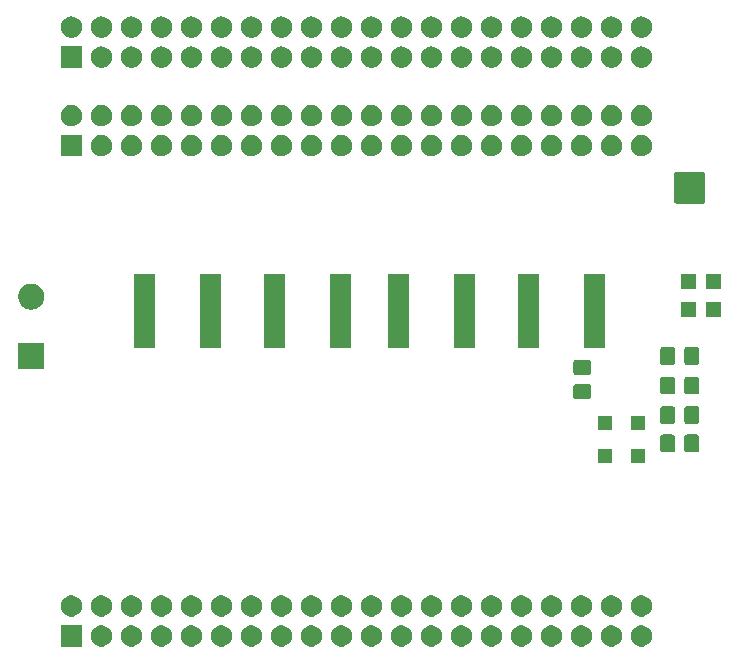
<source format=gbr>
G04 #@! TF.GenerationSoftware,KiCad,Pcbnew,5.1.6*
G04 #@! TF.CreationDate,2020-08-13T10:41:13+02:00*
G04 #@! TF.ProjectId,F010_rpi_logic_level_shifter_hat,46303130-5f72-4706-995f-6c6f6769635f,rev?*
G04 #@! TF.SameCoordinates,PXa52d280PY2b953a0*
G04 #@! TF.FileFunction,Soldermask,Top*
G04 #@! TF.FilePolarity,Negative*
%FSLAX46Y46*%
G04 Gerber Fmt 4.6, Leading zero omitted, Abs format (unit mm)*
G04 Created by KiCad (PCBNEW 5.1.6) date 2020-08-13 10:41:13*
%MOMM*%
%LPD*%
G01*
G04 APERTURE LIST*
%ADD10C,0.100000*%
G04 APERTURE END LIST*
D10*
G36*
X-4826488Y-49913927D02*
G01*
X-4677188Y-49943624D01*
X-4513216Y-50011544D01*
X-4365646Y-50110147D01*
X-4240147Y-50235646D01*
X-4141544Y-50383216D01*
X-4073624Y-50547188D01*
X-4039000Y-50721259D01*
X-4039000Y-50898741D01*
X-4073624Y-51072812D01*
X-4141544Y-51236784D01*
X-4240147Y-51384354D01*
X-4365646Y-51509853D01*
X-4513216Y-51608456D01*
X-4677188Y-51676376D01*
X-4826488Y-51706073D01*
X-4851258Y-51711000D01*
X-5028742Y-51711000D01*
X-5053512Y-51706073D01*
X-5202812Y-51676376D01*
X-5366784Y-51608456D01*
X-5514354Y-51509853D01*
X-5639853Y-51384354D01*
X-5738456Y-51236784D01*
X-5806376Y-51072812D01*
X-5841000Y-50898741D01*
X-5841000Y-50721259D01*
X-5806376Y-50547188D01*
X-5738456Y-50383216D01*
X-5639853Y-50235646D01*
X-5514354Y-50110147D01*
X-5366784Y-50011544D01*
X-5202812Y-49943624D01*
X-5053512Y-49913927D01*
X-5028742Y-49909000D01*
X-4851258Y-49909000D01*
X-4826488Y-49913927D01*
G37*
G36*
X-30226488Y-49913927D02*
G01*
X-30077188Y-49943624D01*
X-29913216Y-50011544D01*
X-29765646Y-50110147D01*
X-29640147Y-50235646D01*
X-29541544Y-50383216D01*
X-29473624Y-50547188D01*
X-29439000Y-50721259D01*
X-29439000Y-50898741D01*
X-29473624Y-51072812D01*
X-29541544Y-51236784D01*
X-29640147Y-51384354D01*
X-29765646Y-51509853D01*
X-29913216Y-51608456D01*
X-30077188Y-51676376D01*
X-30226488Y-51706073D01*
X-30251258Y-51711000D01*
X-30428742Y-51711000D01*
X-30453512Y-51706073D01*
X-30602812Y-51676376D01*
X-30766784Y-51608456D01*
X-30914354Y-51509853D01*
X-31039853Y-51384354D01*
X-31138456Y-51236784D01*
X-31206376Y-51072812D01*
X-31241000Y-50898741D01*
X-31241000Y-50721259D01*
X-31206376Y-50547188D01*
X-31138456Y-50383216D01*
X-31039853Y-50235646D01*
X-30914354Y-50110147D01*
X-30766784Y-50011544D01*
X-30602812Y-49943624D01*
X-30453512Y-49913927D01*
X-30428742Y-49909000D01*
X-30251258Y-49909000D01*
X-30226488Y-49913927D01*
G37*
G36*
X-9906488Y-49913927D02*
G01*
X-9757188Y-49943624D01*
X-9593216Y-50011544D01*
X-9445646Y-50110147D01*
X-9320147Y-50235646D01*
X-9221544Y-50383216D01*
X-9153624Y-50547188D01*
X-9119000Y-50721259D01*
X-9119000Y-50898741D01*
X-9153624Y-51072812D01*
X-9221544Y-51236784D01*
X-9320147Y-51384354D01*
X-9445646Y-51509853D01*
X-9593216Y-51608456D01*
X-9757188Y-51676376D01*
X-9906488Y-51706073D01*
X-9931258Y-51711000D01*
X-10108742Y-51711000D01*
X-10133512Y-51706073D01*
X-10282812Y-51676376D01*
X-10446784Y-51608456D01*
X-10594354Y-51509853D01*
X-10719853Y-51384354D01*
X-10818456Y-51236784D01*
X-10886376Y-51072812D01*
X-10921000Y-50898741D01*
X-10921000Y-50721259D01*
X-10886376Y-50547188D01*
X-10818456Y-50383216D01*
X-10719853Y-50235646D01*
X-10594354Y-50110147D01*
X-10446784Y-50011544D01*
X-10282812Y-49943624D01*
X-10133512Y-49913927D01*
X-10108742Y-49909000D01*
X-9931258Y-49909000D01*
X-9906488Y-49913927D01*
G37*
G36*
X-12446488Y-49913927D02*
G01*
X-12297188Y-49943624D01*
X-12133216Y-50011544D01*
X-11985646Y-50110147D01*
X-11860147Y-50235646D01*
X-11761544Y-50383216D01*
X-11693624Y-50547188D01*
X-11659000Y-50721259D01*
X-11659000Y-50898741D01*
X-11693624Y-51072812D01*
X-11761544Y-51236784D01*
X-11860147Y-51384354D01*
X-11985646Y-51509853D01*
X-12133216Y-51608456D01*
X-12297188Y-51676376D01*
X-12446488Y-51706073D01*
X-12471258Y-51711000D01*
X-12648742Y-51711000D01*
X-12673512Y-51706073D01*
X-12822812Y-51676376D01*
X-12986784Y-51608456D01*
X-13134354Y-51509853D01*
X-13259853Y-51384354D01*
X-13358456Y-51236784D01*
X-13426376Y-51072812D01*
X-13461000Y-50898741D01*
X-13461000Y-50721259D01*
X-13426376Y-50547188D01*
X-13358456Y-50383216D01*
X-13259853Y-50235646D01*
X-13134354Y-50110147D01*
X-12986784Y-50011544D01*
X-12822812Y-49943624D01*
X-12673512Y-49913927D01*
X-12648742Y-49909000D01*
X-12471258Y-49909000D01*
X-12446488Y-49913927D01*
G37*
G36*
X-14986488Y-49913927D02*
G01*
X-14837188Y-49943624D01*
X-14673216Y-50011544D01*
X-14525646Y-50110147D01*
X-14400147Y-50235646D01*
X-14301544Y-50383216D01*
X-14233624Y-50547188D01*
X-14199000Y-50721259D01*
X-14199000Y-50898741D01*
X-14233624Y-51072812D01*
X-14301544Y-51236784D01*
X-14400147Y-51384354D01*
X-14525646Y-51509853D01*
X-14673216Y-51608456D01*
X-14837188Y-51676376D01*
X-14986488Y-51706073D01*
X-15011258Y-51711000D01*
X-15188742Y-51711000D01*
X-15213512Y-51706073D01*
X-15362812Y-51676376D01*
X-15526784Y-51608456D01*
X-15674354Y-51509853D01*
X-15799853Y-51384354D01*
X-15898456Y-51236784D01*
X-15966376Y-51072812D01*
X-16001000Y-50898741D01*
X-16001000Y-50721259D01*
X-15966376Y-50547188D01*
X-15898456Y-50383216D01*
X-15799853Y-50235646D01*
X-15674354Y-50110147D01*
X-15526784Y-50011544D01*
X-15362812Y-49943624D01*
X-15213512Y-49913927D01*
X-15188742Y-49909000D01*
X-15011258Y-49909000D01*
X-14986488Y-49913927D01*
G37*
G36*
X-17526488Y-49913927D02*
G01*
X-17377188Y-49943624D01*
X-17213216Y-50011544D01*
X-17065646Y-50110147D01*
X-16940147Y-50235646D01*
X-16841544Y-50383216D01*
X-16773624Y-50547188D01*
X-16739000Y-50721259D01*
X-16739000Y-50898741D01*
X-16773624Y-51072812D01*
X-16841544Y-51236784D01*
X-16940147Y-51384354D01*
X-17065646Y-51509853D01*
X-17213216Y-51608456D01*
X-17377188Y-51676376D01*
X-17526488Y-51706073D01*
X-17551258Y-51711000D01*
X-17728742Y-51711000D01*
X-17753512Y-51706073D01*
X-17902812Y-51676376D01*
X-18066784Y-51608456D01*
X-18214354Y-51509853D01*
X-18339853Y-51384354D01*
X-18438456Y-51236784D01*
X-18506376Y-51072812D01*
X-18541000Y-50898741D01*
X-18541000Y-50721259D01*
X-18506376Y-50547188D01*
X-18438456Y-50383216D01*
X-18339853Y-50235646D01*
X-18214354Y-50110147D01*
X-18066784Y-50011544D01*
X-17902812Y-49943624D01*
X-17753512Y-49913927D01*
X-17728742Y-49909000D01*
X-17551258Y-49909000D01*
X-17526488Y-49913927D01*
G37*
G36*
X-20066488Y-49913927D02*
G01*
X-19917188Y-49943624D01*
X-19753216Y-50011544D01*
X-19605646Y-50110147D01*
X-19480147Y-50235646D01*
X-19381544Y-50383216D01*
X-19313624Y-50547188D01*
X-19279000Y-50721259D01*
X-19279000Y-50898741D01*
X-19313624Y-51072812D01*
X-19381544Y-51236784D01*
X-19480147Y-51384354D01*
X-19605646Y-51509853D01*
X-19753216Y-51608456D01*
X-19917188Y-51676376D01*
X-20066488Y-51706073D01*
X-20091258Y-51711000D01*
X-20268742Y-51711000D01*
X-20293512Y-51706073D01*
X-20442812Y-51676376D01*
X-20606784Y-51608456D01*
X-20754354Y-51509853D01*
X-20879853Y-51384354D01*
X-20978456Y-51236784D01*
X-21046376Y-51072812D01*
X-21081000Y-50898741D01*
X-21081000Y-50721259D01*
X-21046376Y-50547188D01*
X-20978456Y-50383216D01*
X-20879853Y-50235646D01*
X-20754354Y-50110147D01*
X-20606784Y-50011544D01*
X-20442812Y-49943624D01*
X-20293512Y-49913927D01*
X-20268742Y-49909000D01*
X-20091258Y-49909000D01*
X-20066488Y-49913927D01*
G37*
G36*
X-22606488Y-49913927D02*
G01*
X-22457188Y-49943624D01*
X-22293216Y-50011544D01*
X-22145646Y-50110147D01*
X-22020147Y-50235646D01*
X-21921544Y-50383216D01*
X-21853624Y-50547188D01*
X-21819000Y-50721259D01*
X-21819000Y-50898741D01*
X-21853624Y-51072812D01*
X-21921544Y-51236784D01*
X-22020147Y-51384354D01*
X-22145646Y-51509853D01*
X-22293216Y-51608456D01*
X-22457188Y-51676376D01*
X-22606488Y-51706073D01*
X-22631258Y-51711000D01*
X-22808742Y-51711000D01*
X-22833512Y-51706073D01*
X-22982812Y-51676376D01*
X-23146784Y-51608456D01*
X-23294354Y-51509853D01*
X-23419853Y-51384354D01*
X-23518456Y-51236784D01*
X-23586376Y-51072812D01*
X-23621000Y-50898741D01*
X-23621000Y-50721259D01*
X-23586376Y-50547188D01*
X-23518456Y-50383216D01*
X-23419853Y-50235646D01*
X-23294354Y-50110147D01*
X-23146784Y-50011544D01*
X-22982812Y-49943624D01*
X-22833512Y-49913927D01*
X-22808742Y-49909000D01*
X-22631258Y-49909000D01*
X-22606488Y-49913927D01*
G37*
G36*
X-25146488Y-49913927D02*
G01*
X-24997188Y-49943624D01*
X-24833216Y-50011544D01*
X-24685646Y-50110147D01*
X-24560147Y-50235646D01*
X-24461544Y-50383216D01*
X-24393624Y-50547188D01*
X-24359000Y-50721259D01*
X-24359000Y-50898741D01*
X-24393624Y-51072812D01*
X-24461544Y-51236784D01*
X-24560147Y-51384354D01*
X-24685646Y-51509853D01*
X-24833216Y-51608456D01*
X-24997188Y-51676376D01*
X-25146488Y-51706073D01*
X-25171258Y-51711000D01*
X-25348742Y-51711000D01*
X-25373512Y-51706073D01*
X-25522812Y-51676376D01*
X-25686784Y-51608456D01*
X-25834354Y-51509853D01*
X-25959853Y-51384354D01*
X-26058456Y-51236784D01*
X-26126376Y-51072812D01*
X-26161000Y-50898741D01*
X-26161000Y-50721259D01*
X-26126376Y-50547188D01*
X-26058456Y-50383216D01*
X-25959853Y-50235646D01*
X-25834354Y-50110147D01*
X-25686784Y-50011544D01*
X-25522812Y-49943624D01*
X-25373512Y-49913927D01*
X-25348742Y-49909000D01*
X-25171258Y-49909000D01*
X-25146488Y-49913927D01*
G37*
G36*
X-27686488Y-49913927D02*
G01*
X-27537188Y-49943624D01*
X-27373216Y-50011544D01*
X-27225646Y-50110147D01*
X-27100147Y-50235646D01*
X-27001544Y-50383216D01*
X-26933624Y-50547188D01*
X-26899000Y-50721259D01*
X-26899000Y-50898741D01*
X-26933624Y-51072812D01*
X-27001544Y-51236784D01*
X-27100147Y-51384354D01*
X-27225646Y-51509853D01*
X-27373216Y-51608456D01*
X-27537188Y-51676376D01*
X-27686488Y-51706073D01*
X-27711258Y-51711000D01*
X-27888742Y-51711000D01*
X-27913512Y-51706073D01*
X-28062812Y-51676376D01*
X-28226784Y-51608456D01*
X-28374354Y-51509853D01*
X-28499853Y-51384354D01*
X-28598456Y-51236784D01*
X-28666376Y-51072812D01*
X-28701000Y-50898741D01*
X-28701000Y-50721259D01*
X-28666376Y-50547188D01*
X-28598456Y-50383216D01*
X-28499853Y-50235646D01*
X-28374354Y-50110147D01*
X-28226784Y-50011544D01*
X-28062812Y-49943624D01*
X-27913512Y-49913927D01*
X-27888742Y-49909000D01*
X-27711258Y-49909000D01*
X-27686488Y-49913927D01*
G37*
G36*
X-7366488Y-49913927D02*
G01*
X-7217188Y-49943624D01*
X-7053216Y-50011544D01*
X-6905646Y-50110147D01*
X-6780147Y-50235646D01*
X-6681544Y-50383216D01*
X-6613624Y-50547188D01*
X-6579000Y-50721259D01*
X-6579000Y-50898741D01*
X-6613624Y-51072812D01*
X-6681544Y-51236784D01*
X-6780147Y-51384354D01*
X-6905646Y-51509853D01*
X-7053216Y-51608456D01*
X-7217188Y-51676376D01*
X-7366488Y-51706073D01*
X-7391258Y-51711000D01*
X-7568742Y-51711000D01*
X-7593512Y-51706073D01*
X-7742812Y-51676376D01*
X-7906784Y-51608456D01*
X-8054354Y-51509853D01*
X-8179853Y-51384354D01*
X-8278456Y-51236784D01*
X-8346376Y-51072812D01*
X-8381000Y-50898741D01*
X-8381000Y-50721259D01*
X-8346376Y-50547188D01*
X-8278456Y-50383216D01*
X-8179853Y-50235646D01*
X-8054354Y-50110147D01*
X-7906784Y-50011544D01*
X-7742812Y-49943624D01*
X-7593512Y-49913927D01*
X-7568742Y-49909000D01*
X-7391258Y-49909000D01*
X-7366488Y-49913927D01*
G37*
G36*
X-35306488Y-49913927D02*
G01*
X-35157188Y-49943624D01*
X-34993216Y-50011544D01*
X-34845646Y-50110147D01*
X-34720147Y-50235646D01*
X-34621544Y-50383216D01*
X-34553624Y-50547188D01*
X-34519000Y-50721259D01*
X-34519000Y-50898741D01*
X-34553624Y-51072812D01*
X-34621544Y-51236784D01*
X-34720147Y-51384354D01*
X-34845646Y-51509853D01*
X-34993216Y-51608456D01*
X-35157188Y-51676376D01*
X-35306488Y-51706073D01*
X-35331258Y-51711000D01*
X-35508742Y-51711000D01*
X-35533512Y-51706073D01*
X-35682812Y-51676376D01*
X-35846784Y-51608456D01*
X-35994354Y-51509853D01*
X-36119853Y-51384354D01*
X-36218456Y-51236784D01*
X-36286376Y-51072812D01*
X-36321000Y-50898741D01*
X-36321000Y-50721259D01*
X-36286376Y-50547188D01*
X-36218456Y-50383216D01*
X-36119853Y-50235646D01*
X-35994354Y-50110147D01*
X-35846784Y-50011544D01*
X-35682812Y-49943624D01*
X-35533512Y-49913927D01*
X-35508742Y-49909000D01*
X-35331258Y-49909000D01*
X-35306488Y-49913927D01*
G37*
G36*
X-37846488Y-49913927D02*
G01*
X-37697188Y-49943624D01*
X-37533216Y-50011544D01*
X-37385646Y-50110147D01*
X-37260147Y-50235646D01*
X-37161544Y-50383216D01*
X-37093624Y-50547188D01*
X-37059000Y-50721259D01*
X-37059000Y-50898741D01*
X-37093624Y-51072812D01*
X-37161544Y-51236784D01*
X-37260147Y-51384354D01*
X-37385646Y-51509853D01*
X-37533216Y-51608456D01*
X-37697188Y-51676376D01*
X-37846488Y-51706073D01*
X-37871258Y-51711000D01*
X-38048742Y-51711000D01*
X-38073512Y-51706073D01*
X-38222812Y-51676376D01*
X-38386784Y-51608456D01*
X-38534354Y-51509853D01*
X-38659853Y-51384354D01*
X-38758456Y-51236784D01*
X-38826376Y-51072812D01*
X-38861000Y-50898741D01*
X-38861000Y-50721259D01*
X-38826376Y-50547188D01*
X-38758456Y-50383216D01*
X-38659853Y-50235646D01*
X-38534354Y-50110147D01*
X-38386784Y-50011544D01*
X-38222812Y-49943624D01*
X-38073512Y-49913927D01*
X-38048742Y-49909000D01*
X-37871258Y-49909000D01*
X-37846488Y-49913927D01*
G37*
G36*
X-40386488Y-49913927D02*
G01*
X-40237188Y-49943624D01*
X-40073216Y-50011544D01*
X-39925646Y-50110147D01*
X-39800147Y-50235646D01*
X-39701544Y-50383216D01*
X-39633624Y-50547188D01*
X-39599000Y-50721259D01*
X-39599000Y-50898741D01*
X-39633624Y-51072812D01*
X-39701544Y-51236784D01*
X-39800147Y-51384354D01*
X-39925646Y-51509853D01*
X-40073216Y-51608456D01*
X-40237188Y-51676376D01*
X-40386488Y-51706073D01*
X-40411258Y-51711000D01*
X-40588742Y-51711000D01*
X-40613512Y-51706073D01*
X-40762812Y-51676376D01*
X-40926784Y-51608456D01*
X-41074354Y-51509853D01*
X-41199853Y-51384354D01*
X-41298456Y-51236784D01*
X-41366376Y-51072812D01*
X-41401000Y-50898741D01*
X-41401000Y-50721259D01*
X-41366376Y-50547188D01*
X-41298456Y-50383216D01*
X-41199853Y-50235646D01*
X-41074354Y-50110147D01*
X-40926784Y-50011544D01*
X-40762812Y-49943624D01*
X-40613512Y-49913927D01*
X-40588742Y-49909000D01*
X-40411258Y-49909000D01*
X-40386488Y-49913927D01*
G37*
G36*
X-42926488Y-49913927D02*
G01*
X-42777188Y-49943624D01*
X-42613216Y-50011544D01*
X-42465646Y-50110147D01*
X-42340147Y-50235646D01*
X-42241544Y-50383216D01*
X-42173624Y-50547188D01*
X-42139000Y-50721259D01*
X-42139000Y-50898741D01*
X-42173624Y-51072812D01*
X-42241544Y-51236784D01*
X-42340147Y-51384354D01*
X-42465646Y-51509853D01*
X-42613216Y-51608456D01*
X-42777188Y-51676376D01*
X-42926488Y-51706073D01*
X-42951258Y-51711000D01*
X-43128742Y-51711000D01*
X-43153512Y-51706073D01*
X-43302812Y-51676376D01*
X-43466784Y-51608456D01*
X-43614354Y-51509853D01*
X-43739853Y-51384354D01*
X-43838456Y-51236784D01*
X-43906376Y-51072812D01*
X-43941000Y-50898741D01*
X-43941000Y-50721259D01*
X-43906376Y-50547188D01*
X-43838456Y-50383216D01*
X-43739853Y-50235646D01*
X-43614354Y-50110147D01*
X-43466784Y-50011544D01*
X-43302812Y-49943624D01*
X-43153512Y-49913927D01*
X-43128742Y-49909000D01*
X-42951258Y-49909000D01*
X-42926488Y-49913927D01*
G37*
G36*
X-45466488Y-49913927D02*
G01*
X-45317188Y-49943624D01*
X-45153216Y-50011544D01*
X-45005646Y-50110147D01*
X-44880147Y-50235646D01*
X-44781544Y-50383216D01*
X-44713624Y-50547188D01*
X-44679000Y-50721259D01*
X-44679000Y-50898741D01*
X-44713624Y-51072812D01*
X-44781544Y-51236784D01*
X-44880147Y-51384354D01*
X-45005646Y-51509853D01*
X-45153216Y-51608456D01*
X-45317188Y-51676376D01*
X-45466488Y-51706073D01*
X-45491258Y-51711000D01*
X-45668742Y-51711000D01*
X-45693512Y-51706073D01*
X-45842812Y-51676376D01*
X-46006784Y-51608456D01*
X-46154354Y-51509853D01*
X-46279853Y-51384354D01*
X-46378456Y-51236784D01*
X-46446376Y-51072812D01*
X-46481000Y-50898741D01*
X-46481000Y-50721259D01*
X-46446376Y-50547188D01*
X-46378456Y-50383216D01*
X-46279853Y-50235646D01*
X-46154354Y-50110147D01*
X-46006784Y-50011544D01*
X-45842812Y-49943624D01*
X-45693512Y-49913927D01*
X-45668742Y-49909000D01*
X-45491258Y-49909000D01*
X-45466488Y-49913927D01*
G37*
G36*
X-48006488Y-49913927D02*
G01*
X-47857188Y-49943624D01*
X-47693216Y-50011544D01*
X-47545646Y-50110147D01*
X-47420147Y-50235646D01*
X-47321544Y-50383216D01*
X-47253624Y-50547188D01*
X-47219000Y-50721259D01*
X-47219000Y-50898741D01*
X-47253624Y-51072812D01*
X-47321544Y-51236784D01*
X-47420147Y-51384354D01*
X-47545646Y-51509853D01*
X-47693216Y-51608456D01*
X-47857188Y-51676376D01*
X-48006488Y-51706073D01*
X-48031258Y-51711000D01*
X-48208742Y-51711000D01*
X-48233512Y-51706073D01*
X-48382812Y-51676376D01*
X-48546784Y-51608456D01*
X-48694354Y-51509853D01*
X-48819853Y-51384354D01*
X-48918456Y-51236784D01*
X-48986376Y-51072812D01*
X-49021000Y-50898741D01*
X-49021000Y-50721259D01*
X-48986376Y-50547188D01*
X-48918456Y-50383216D01*
X-48819853Y-50235646D01*
X-48694354Y-50110147D01*
X-48546784Y-50011544D01*
X-48382812Y-49943624D01*
X-48233512Y-49913927D01*
X-48208742Y-49909000D01*
X-48031258Y-49909000D01*
X-48006488Y-49913927D01*
G37*
G36*
X-50546488Y-49913927D02*
G01*
X-50397188Y-49943624D01*
X-50233216Y-50011544D01*
X-50085646Y-50110147D01*
X-49960147Y-50235646D01*
X-49861544Y-50383216D01*
X-49793624Y-50547188D01*
X-49759000Y-50721259D01*
X-49759000Y-50898741D01*
X-49793624Y-51072812D01*
X-49861544Y-51236784D01*
X-49960147Y-51384354D01*
X-50085646Y-51509853D01*
X-50233216Y-51608456D01*
X-50397188Y-51676376D01*
X-50546488Y-51706073D01*
X-50571258Y-51711000D01*
X-50748742Y-51711000D01*
X-50773512Y-51706073D01*
X-50922812Y-51676376D01*
X-51086784Y-51608456D01*
X-51234354Y-51509853D01*
X-51359853Y-51384354D01*
X-51458456Y-51236784D01*
X-51526376Y-51072812D01*
X-51561000Y-50898741D01*
X-51561000Y-50721259D01*
X-51526376Y-50547188D01*
X-51458456Y-50383216D01*
X-51359853Y-50235646D01*
X-51234354Y-50110147D01*
X-51086784Y-50011544D01*
X-50922812Y-49943624D01*
X-50773512Y-49913927D01*
X-50748742Y-49909000D01*
X-50571258Y-49909000D01*
X-50546488Y-49913927D01*
G37*
G36*
X-52299000Y-51711000D02*
G01*
X-54101000Y-51711000D01*
X-54101000Y-49909000D01*
X-52299000Y-49909000D01*
X-52299000Y-51711000D01*
G37*
G36*
X-32766488Y-49913927D02*
G01*
X-32617188Y-49943624D01*
X-32453216Y-50011544D01*
X-32305646Y-50110147D01*
X-32180147Y-50235646D01*
X-32081544Y-50383216D01*
X-32013624Y-50547188D01*
X-31979000Y-50721259D01*
X-31979000Y-50898741D01*
X-32013624Y-51072812D01*
X-32081544Y-51236784D01*
X-32180147Y-51384354D01*
X-32305646Y-51509853D01*
X-32453216Y-51608456D01*
X-32617188Y-51676376D01*
X-32766488Y-51706073D01*
X-32791258Y-51711000D01*
X-32968742Y-51711000D01*
X-32993512Y-51706073D01*
X-33142812Y-51676376D01*
X-33306784Y-51608456D01*
X-33454354Y-51509853D01*
X-33579853Y-51384354D01*
X-33678456Y-51236784D01*
X-33746376Y-51072812D01*
X-33781000Y-50898741D01*
X-33781000Y-50721259D01*
X-33746376Y-50547188D01*
X-33678456Y-50383216D01*
X-33579853Y-50235646D01*
X-33454354Y-50110147D01*
X-33306784Y-50011544D01*
X-33142812Y-49943624D01*
X-32993512Y-49913927D01*
X-32968742Y-49909000D01*
X-32791258Y-49909000D01*
X-32766488Y-49913927D01*
G37*
G36*
X-32766488Y-47373927D02*
G01*
X-32617188Y-47403624D01*
X-32453216Y-47471544D01*
X-32305646Y-47570147D01*
X-32180147Y-47695646D01*
X-32081544Y-47843216D01*
X-32013624Y-48007188D01*
X-31979000Y-48181259D01*
X-31979000Y-48358741D01*
X-32013624Y-48532812D01*
X-32081544Y-48696784D01*
X-32180147Y-48844354D01*
X-32305646Y-48969853D01*
X-32453216Y-49068456D01*
X-32617188Y-49136376D01*
X-32766488Y-49166073D01*
X-32791258Y-49171000D01*
X-32968742Y-49171000D01*
X-32993512Y-49166073D01*
X-33142812Y-49136376D01*
X-33306784Y-49068456D01*
X-33454354Y-48969853D01*
X-33579853Y-48844354D01*
X-33678456Y-48696784D01*
X-33746376Y-48532812D01*
X-33781000Y-48358741D01*
X-33781000Y-48181259D01*
X-33746376Y-48007188D01*
X-33678456Y-47843216D01*
X-33579853Y-47695646D01*
X-33454354Y-47570147D01*
X-33306784Y-47471544D01*
X-33142812Y-47403624D01*
X-32993512Y-47373927D01*
X-32968742Y-47369000D01*
X-32791258Y-47369000D01*
X-32766488Y-47373927D01*
G37*
G36*
X-30226488Y-47373927D02*
G01*
X-30077188Y-47403624D01*
X-29913216Y-47471544D01*
X-29765646Y-47570147D01*
X-29640147Y-47695646D01*
X-29541544Y-47843216D01*
X-29473624Y-48007188D01*
X-29439000Y-48181259D01*
X-29439000Y-48358741D01*
X-29473624Y-48532812D01*
X-29541544Y-48696784D01*
X-29640147Y-48844354D01*
X-29765646Y-48969853D01*
X-29913216Y-49068456D01*
X-30077188Y-49136376D01*
X-30226488Y-49166073D01*
X-30251258Y-49171000D01*
X-30428742Y-49171000D01*
X-30453512Y-49166073D01*
X-30602812Y-49136376D01*
X-30766784Y-49068456D01*
X-30914354Y-48969853D01*
X-31039853Y-48844354D01*
X-31138456Y-48696784D01*
X-31206376Y-48532812D01*
X-31241000Y-48358741D01*
X-31241000Y-48181259D01*
X-31206376Y-48007188D01*
X-31138456Y-47843216D01*
X-31039853Y-47695646D01*
X-30914354Y-47570147D01*
X-30766784Y-47471544D01*
X-30602812Y-47403624D01*
X-30453512Y-47373927D01*
X-30428742Y-47369000D01*
X-30251258Y-47369000D01*
X-30226488Y-47373927D01*
G37*
G36*
X-17526488Y-47373927D02*
G01*
X-17377188Y-47403624D01*
X-17213216Y-47471544D01*
X-17065646Y-47570147D01*
X-16940147Y-47695646D01*
X-16841544Y-47843216D01*
X-16773624Y-48007188D01*
X-16739000Y-48181259D01*
X-16739000Y-48358741D01*
X-16773624Y-48532812D01*
X-16841544Y-48696784D01*
X-16940147Y-48844354D01*
X-17065646Y-48969853D01*
X-17213216Y-49068456D01*
X-17377188Y-49136376D01*
X-17526488Y-49166073D01*
X-17551258Y-49171000D01*
X-17728742Y-49171000D01*
X-17753512Y-49166073D01*
X-17902812Y-49136376D01*
X-18066784Y-49068456D01*
X-18214354Y-48969853D01*
X-18339853Y-48844354D01*
X-18438456Y-48696784D01*
X-18506376Y-48532812D01*
X-18541000Y-48358741D01*
X-18541000Y-48181259D01*
X-18506376Y-48007188D01*
X-18438456Y-47843216D01*
X-18339853Y-47695646D01*
X-18214354Y-47570147D01*
X-18066784Y-47471544D01*
X-17902812Y-47403624D01*
X-17753512Y-47373927D01*
X-17728742Y-47369000D01*
X-17551258Y-47369000D01*
X-17526488Y-47373927D01*
G37*
G36*
X-27686488Y-47373927D02*
G01*
X-27537188Y-47403624D01*
X-27373216Y-47471544D01*
X-27225646Y-47570147D01*
X-27100147Y-47695646D01*
X-27001544Y-47843216D01*
X-26933624Y-48007188D01*
X-26899000Y-48181259D01*
X-26899000Y-48358741D01*
X-26933624Y-48532812D01*
X-27001544Y-48696784D01*
X-27100147Y-48844354D01*
X-27225646Y-48969853D01*
X-27373216Y-49068456D01*
X-27537188Y-49136376D01*
X-27686488Y-49166073D01*
X-27711258Y-49171000D01*
X-27888742Y-49171000D01*
X-27913512Y-49166073D01*
X-28062812Y-49136376D01*
X-28226784Y-49068456D01*
X-28374354Y-48969853D01*
X-28499853Y-48844354D01*
X-28598456Y-48696784D01*
X-28666376Y-48532812D01*
X-28701000Y-48358741D01*
X-28701000Y-48181259D01*
X-28666376Y-48007188D01*
X-28598456Y-47843216D01*
X-28499853Y-47695646D01*
X-28374354Y-47570147D01*
X-28226784Y-47471544D01*
X-28062812Y-47403624D01*
X-27913512Y-47373927D01*
X-27888742Y-47369000D01*
X-27711258Y-47369000D01*
X-27686488Y-47373927D01*
G37*
G36*
X-25146488Y-47373927D02*
G01*
X-24997188Y-47403624D01*
X-24833216Y-47471544D01*
X-24685646Y-47570147D01*
X-24560147Y-47695646D01*
X-24461544Y-47843216D01*
X-24393624Y-48007188D01*
X-24359000Y-48181259D01*
X-24359000Y-48358741D01*
X-24393624Y-48532812D01*
X-24461544Y-48696784D01*
X-24560147Y-48844354D01*
X-24685646Y-48969853D01*
X-24833216Y-49068456D01*
X-24997188Y-49136376D01*
X-25146488Y-49166073D01*
X-25171258Y-49171000D01*
X-25348742Y-49171000D01*
X-25373512Y-49166073D01*
X-25522812Y-49136376D01*
X-25686784Y-49068456D01*
X-25834354Y-48969853D01*
X-25959853Y-48844354D01*
X-26058456Y-48696784D01*
X-26126376Y-48532812D01*
X-26161000Y-48358741D01*
X-26161000Y-48181259D01*
X-26126376Y-48007188D01*
X-26058456Y-47843216D01*
X-25959853Y-47695646D01*
X-25834354Y-47570147D01*
X-25686784Y-47471544D01*
X-25522812Y-47403624D01*
X-25373512Y-47373927D01*
X-25348742Y-47369000D01*
X-25171258Y-47369000D01*
X-25146488Y-47373927D01*
G37*
G36*
X-22606488Y-47373927D02*
G01*
X-22457188Y-47403624D01*
X-22293216Y-47471544D01*
X-22145646Y-47570147D01*
X-22020147Y-47695646D01*
X-21921544Y-47843216D01*
X-21853624Y-48007188D01*
X-21819000Y-48181259D01*
X-21819000Y-48358741D01*
X-21853624Y-48532812D01*
X-21921544Y-48696784D01*
X-22020147Y-48844354D01*
X-22145646Y-48969853D01*
X-22293216Y-49068456D01*
X-22457188Y-49136376D01*
X-22606488Y-49166073D01*
X-22631258Y-49171000D01*
X-22808742Y-49171000D01*
X-22833512Y-49166073D01*
X-22982812Y-49136376D01*
X-23146784Y-49068456D01*
X-23294354Y-48969853D01*
X-23419853Y-48844354D01*
X-23518456Y-48696784D01*
X-23586376Y-48532812D01*
X-23621000Y-48358741D01*
X-23621000Y-48181259D01*
X-23586376Y-48007188D01*
X-23518456Y-47843216D01*
X-23419853Y-47695646D01*
X-23294354Y-47570147D01*
X-23146784Y-47471544D01*
X-22982812Y-47403624D01*
X-22833512Y-47373927D01*
X-22808742Y-47369000D01*
X-22631258Y-47369000D01*
X-22606488Y-47373927D01*
G37*
G36*
X-48006488Y-47373927D02*
G01*
X-47857188Y-47403624D01*
X-47693216Y-47471544D01*
X-47545646Y-47570147D01*
X-47420147Y-47695646D01*
X-47321544Y-47843216D01*
X-47253624Y-48007188D01*
X-47219000Y-48181259D01*
X-47219000Y-48358741D01*
X-47253624Y-48532812D01*
X-47321544Y-48696784D01*
X-47420147Y-48844354D01*
X-47545646Y-48969853D01*
X-47693216Y-49068456D01*
X-47857188Y-49136376D01*
X-48006488Y-49166073D01*
X-48031258Y-49171000D01*
X-48208742Y-49171000D01*
X-48233512Y-49166073D01*
X-48382812Y-49136376D01*
X-48546784Y-49068456D01*
X-48694354Y-48969853D01*
X-48819853Y-48844354D01*
X-48918456Y-48696784D01*
X-48986376Y-48532812D01*
X-49021000Y-48358741D01*
X-49021000Y-48181259D01*
X-48986376Y-48007188D01*
X-48918456Y-47843216D01*
X-48819853Y-47695646D01*
X-48694354Y-47570147D01*
X-48546784Y-47471544D01*
X-48382812Y-47403624D01*
X-48233512Y-47373927D01*
X-48208742Y-47369000D01*
X-48031258Y-47369000D01*
X-48006488Y-47373927D01*
G37*
G36*
X-45466488Y-47373927D02*
G01*
X-45317188Y-47403624D01*
X-45153216Y-47471544D01*
X-45005646Y-47570147D01*
X-44880147Y-47695646D01*
X-44781544Y-47843216D01*
X-44713624Y-48007188D01*
X-44679000Y-48181259D01*
X-44679000Y-48358741D01*
X-44713624Y-48532812D01*
X-44781544Y-48696784D01*
X-44880147Y-48844354D01*
X-45005646Y-48969853D01*
X-45153216Y-49068456D01*
X-45317188Y-49136376D01*
X-45466488Y-49166073D01*
X-45491258Y-49171000D01*
X-45668742Y-49171000D01*
X-45693512Y-49166073D01*
X-45842812Y-49136376D01*
X-46006784Y-49068456D01*
X-46154354Y-48969853D01*
X-46279853Y-48844354D01*
X-46378456Y-48696784D01*
X-46446376Y-48532812D01*
X-46481000Y-48358741D01*
X-46481000Y-48181259D01*
X-46446376Y-48007188D01*
X-46378456Y-47843216D01*
X-46279853Y-47695646D01*
X-46154354Y-47570147D01*
X-46006784Y-47471544D01*
X-45842812Y-47403624D01*
X-45693512Y-47373927D01*
X-45668742Y-47369000D01*
X-45491258Y-47369000D01*
X-45466488Y-47373927D01*
G37*
G36*
X-53086488Y-47373927D02*
G01*
X-52937188Y-47403624D01*
X-52773216Y-47471544D01*
X-52625646Y-47570147D01*
X-52500147Y-47695646D01*
X-52401544Y-47843216D01*
X-52333624Y-48007188D01*
X-52299000Y-48181259D01*
X-52299000Y-48358741D01*
X-52333624Y-48532812D01*
X-52401544Y-48696784D01*
X-52500147Y-48844354D01*
X-52625646Y-48969853D01*
X-52773216Y-49068456D01*
X-52937188Y-49136376D01*
X-53086488Y-49166073D01*
X-53111258Y-49171000D01*
X-53288742Y-49171000D01*
X-53313512Y-49166073D01*
X-53462812Y-49136376D01*
X-53626784Y-49068456D01*
X-53774354Y-48969853D01*
X-53899853Y-48844354D01*
X-53998456Y-48696784D01*
X-54066376Y-48532812D01*
X-54101000Y-48358741D01*
X-54101000Y-48181259D01*
X-54066376Y-48007188D01*
X-53998456Y-47843216D01*
X-53899853Y-47695646D01*
X-53774354Y-47570147D01*
X-53626784Y-47471544D01*
X-53462812Y-47403624D01*
X-53313512Y-47373927D01*
X-53288742Y-47369000D01*
X-53111258Y-47369000D01*
X-53086488Y-47373927D01*
G37*
G36*
X-50546488Y-47373927D02*
G01*
X-50397188Y-47403624D01*
X-50233216Y-47471544D01*
X-50085646Y-47570147D01*
X-49960147Y-47695646D01*
X-49861544Y-47843216D01*
X-49793624Y-48007188D01*
X-49759000Y-48181259D01*
X-49759000Y-48358741D01*
X-49793624Y-48532812D01*
X-49861544Y-48696784D01*
X-49960147Y-48844354D01*
X-50085646Y-48969853D01*
X-50233216Y-49068456D01*
X-50397188Y-49136376D01*
X-50546488Y-49166073D01*
X-50571258Y-49171000D01*
X-50748742Y-49171000D01*
X-50773512Y-49166073D01*
X-50922812Y-49136376D01*
X-51086784Y-49068456D01*
X-51234354Y-48969853D01*
X-51359853Y-48844354D01*
X-51458456Y-48696784D01*
X-51526376Y-48532812D01*
X-51561000Y-48358741D01*
X-51561000Y-48181259D01*
X-51526376Y-48007188D01*
X-51458456Y-47843216D01*
X-51359853Y-47695646D01*
X-51234354Y-47570147D01*
X-51086784Y-47471544D01*
X-50922812Y-47403624D01*
X-50773512Y-47373927D01*
X-50748742Y-47369000D01*
X-50571258Y-47369000D01*
X-50546488Y-47373927D01*
G37*
G36*
X-20066488Y-47373927D02*
G01*
X-19917188Y-47403624D01*
X-19753216Y-47471544D01*
X-19605646Y-47570147D01*
X-19480147Y-47695646D01*
X-19381544Y-47843216D01*
X-19313624Y-48007188D01*
X-19279000Y-48181259D01*
X-19279000Y-48358741D01*
X-19313624Y-48532812D01*
X-19381544Y-48696784D01*
X-19480147Y-48844354D01*
X-19605646Y-48969853D01*
X-19753216Y-49068456D01*
X-19917188Y-49136376D01*
X-20066488Y-49166073D01*
X-20091258Y-49171000D01*
X-20268742Y-49171000D01*
X-20293512Y-49166073D01*
X-20442812Y-49136376D01*
X-20606784Y-49068456D01*
X-20754354Y-48969853D01*
X-20879853Y-48844354D01*
X-20978456Y-48696784D01*
X-21046376Y-48532812D01*
X-21081000Y-48358741D01*
X-21081000Y-48181259D01*
X-21046376Y-48007188D01*
X-20978456Y-47843216D01*
X-20879853Y-47695646D01*
X-20754354Y-47570147D01*
X-20606784Y-47471544D01*
X-20442812Y-47403624D01*
X-20293512Y-47373927D01*
X-20268742Y-47369000D01*
X-20091258Y-47369000D01*
X-20066488Y-47373927D01*
G37*
G36*
X-14986488Y-47373927D02*
G01*
X-14837188Y-47403624D01*
X-14673216Y-47471544D01*
X-14525646Y-47570147D01*
X-14400147Y-47695646D01*
X-14301544Y-47843216D01*
X-14233624Y-48007188D01*
X-14199000Y-48181259D01*
X-14199000Y-48358741D01*
X-14233624Y-48532812D01*
X-14301544Y-48696784D01*
X-14400147Y-48844354D01*
X-14525646Y-48969853D01*
X-14673216Y-49068456D01*
X-14837188Y-49136376D01*
X-14986488Y-49166073D01*
X-15011258Y-49171000D01*
X-15188742Y-49171000D01*
X-15213512Y-49166073D01*
X-15362812Y-49136376D01*
X-15526784Y-49068456D01*
X-15674354Y-48969853D01*
X-15799853Y-48844354D01*
X-15898456Y-48696784D01*
X-15966376Y-48532812D01*
X-16001000Y-48358741D01*
X-16001000Y-48181259D01*
X-15966376Y-48007188D01*
X-15898456Y-47843216D01*
X-15799853Y-47695646D01*
X-15674354Y-47570147D01*
X-15526784Y-47471544D01*
X-15362812Y-47403624D01*
X-15213512Y-47373927D01*
X-15188742Y-47369000D01*
X-15011258Y-47369000D01*
X-14986488Y-47373927D01*
G37*
G36*
X-35306488Y-47373927D02*
G01*
X-35157188Y-47403624D01*
X-34993216Y-47471544D01*
X-34845646Y-47570147D01*
X-34720147Y-47695646D01*
X-34621544Y-47843216D01*
X-34553624Y-48007188D01*
X-34519000Y-48181259D01*
X-34519000Y-48358741D01*
X-34553624Y-48532812D01*
X-34621544Y-48696784D01*
X-34720147Y-48844354D01*
X-34845646Y-48969853D01*
X-34993216Y-49068456D01*
X-35157188Y-49136376D01*
X-35306488Y-49166073D01*
X-35331258Y-49171000D01*
X-35508742Y-49171000D01*
X-35533512Y-49166073D01*
X-35682812Y-49136376D01*
X-35846784Y-49068456D01*
X-35994354Y-48969853D01*
X-36119853Y-48844354D01*
X-36218456Y-48696784D01*
X-36286376Y-48532812D01*
X-36321000Y-48358741D01*
X-36321000Y-48181259D01*
X-36286376Y-48007188D01*
X-36218456Y-47843216D01*
X-36119853Y-47695646D01*
X-35994354Y-47570147D01*
X-35846784Y-47471544D01*
X-35682812Y-47403624D01*
X-35533512Y-47373927D01*
X-35508742Y-47369000D01*
X-35331258Y-47369000D01*
X-35306488Y-47373927D01*
G37*
G36*
X-4826488Y-47373927D02*
G01*
X-4677188Y-47403624D01*
X-4513216Y-47471544D01*
X-4365646Y-47570147D01*
X-4240147Y-47695646D01*
X-4141544Y-47843216D01*
X-4073624Y-48007188D01*
X-4039000Y-48181259D01*
X-4039000Y-48358741D01*
X-4073624Y-48532812D01*
X-4141544Y-48696784D01*
X-4240147Y-48844354D01*
X-4365646Y-48969853D01*
X-4513216Y-49068456D01*
X-4677188Y-49136376D01*
X-4826488Y-49166073D01*
X-4851258Y-49171000D01*
X-5028742Y-49171000D01*
X-5053512Y-49166073D01*
X-5202812Y-49136376D01*
X-5366784Y-49068456D01*
X-5514354Y-48969853D01*
X-5639853Y-48844354D01*
X-5738456Y-48696784D01*
X-5806376Y-48532812D01*
X-5841000Y-48358741D01*
X-5841000Y-48181259D01*
X-5806376Y-48007188D01*
X-5738456Y-47843216D01*
X-5639853Y-47695646D01*
X-5514354Y-47570147D01*
X-5366784Y-47471544D01*
X-5202812Y-47403624D01*
X-5053512Y-47373927D01*
X-5028742Y-47369000D01*
X-4851258Y-47369000D01*
X-4826488Y-47373927D01*
G37*
G36*
X-7366488Y-47373927D02*
G01*
X-7217188Y-47403624D01*
X-7053216Y-47471544D01*
X-6905646Y-47570147D01*
X-6780147Y-47695646D01*
X-6681544Y-47843216D01*
X-6613624Y-48007188D01*
X-6579000Y-48181259D01*
X-6579000Y-48358741D01*
X-6613624Y-48532812D01*
X-6681544Y-48696784D01*
X-6780147Y-48844354D01*
X-6905646Y-48969853D01*
X-7053216Y-49068456D01*
X-7217188Y-49136376D01*
X-7366488Y-49166073D01*
X-7391258Y-49171000D01*
X-7568742Y-49171000D01*
X-7593512Y-49166073D01*
X-7742812Y-49136376D01*
X-7906784Y-49068456D01*
X-8054354Y-48969853D01*
X-8179853Y-48844354D01*
X-8278456Y-48696784D01*
X-8346376Y-48532812D01*
X-8381000Y-48358741D01*
X-8381000Y-48181259D01*
X-8346376Y-48007188D01*
X-8278456Y-47843216D01*
X-8179853Y-47695646D01*
X-8054354Y-47570147D01*
X-7906784Y-47471544D01*
X-7742812Y-47403624D01*
X-7593512Y-47373927D01*
X-7568742Y-47369000D01*
X-7391258Y-47369000D01*
X-7366488Y-47373927D01*
G37*
G36*
X-42926488Y-47373927D02*
G01*
X-42777188Y-47403624D01*
X-42613216Y-47471544D01*
X-42465646Y-47570147D01*
X-42340147Y-47695646D01*
X-42241544Y-47843216D01*
X-42173624Y-48007188D01*
X-42139000Y-48181259D01*
X-42139000Y-48358741D01*
X-42173624Y-48532812D01*
X-42241544Y-48696784D01*
X-42340147Y-48844354D01*
X-42465646Y-48969853D01*
X-42613216Y-49068456D01*
X-42777188Y-49136376D01*
X-42926488Y-49166073D01*
X-42951258Y-49171000D01*
X-43128742Y-49171000D01*
X-43153512Y-49166073D01*
X-43302812Y-49136376D01*
X-43466784Y-49068456D01*
X-43614354Y-48969853D01*
X-43739853Y-48844354D01*
X-43838456Y-48696784D01*
X-43906376Y-48532812D01*
X-43941000Y-48358741D01*
X-43941000Y-48181259D01*
X-43906376Y-48007188D01*
X-43838456Y-47843216D01*
X-43739853Y-47695646D01*
X-43614354Y-47570147D01*
X-43466784Y-47471544D01*
X-43302812Y-47403624D01*
X-43153512Y-47373927D01*
X-43128742Y-47369000D01*
X-42951258Y-47369000D01*
X-42926488Y-47373927D01*
G37*
G36*
X-40386488Y-47373927D02*
G01*
X-40237188Y-47403624D01*
X-40073216Y-47471544D01*
X-39925646Y-47570147D01*
X-39800147Y-47695646D01*
X-39701544Y-47843216D01*
X-39633624Y-48007188D01*
X-39599000Y-48181259D01*
X-39599000Y-48358741D01*
X-39633624Y-48532812D01*
X-39701544Y-48696784D01*
X-39800147Y-48844354D01*
X-39925646Y-48969853D01*
X-40073216Y-49068456D01*
X-40237188Y-49136376D01*
X-40386488Y-49166073D01*
X-40411258Y-49171000D01*
X-40588742Y-49171000D01*
X-40613512Y-49166073D01*
X-40762812Y-49136376D01*
X-40926784Y-49068456D01*
X-41074354Y-48969853D01*
X-41199853Y-48844354D01*
X-41298456Y-48696784D01*
X-41366376Y-48532812D01*
X-41401000Y-48358741D01*
X-41401000Y-48181259D01*
X-41366376Y-48007188D01*
X-41298456Y-47843216D01*
X-41199853Y-47695646D01*
X-41074354Y-47570147D01*
X-40926784Y-47471544D01*
X-40762812Y-47403624D01*
X-40613512Y-47373927D01*
X-40588742Y-47369000D01*
X-40411258Y-47369000D01*
X-40386488Y-47373927D01*
G37*
G36*
X-12446488Y-47373927D02*
G01*
X-12297188Y-47403624D01*
X-12133216Y-47471544D01*
X-11985646Y-47570147D01*
X-11860147Y-47695646D01*
X-11761544Y-47843216D01*
X-11693624Y-48007188D01*
X-11659000Y-48181259D01*
X-11659000Y-48358741D01*
X-11693624Y-48532812D01*
X-11761544Y-48696784D01*
X-11860147Y-48844354D01*
X-11985646Y-48969853D01*
X-12133216Y-49068456D01*
X-12297188Y-49136376D01*
X-12446488Y-49166073D01*
X-12471258Y-49171000D01*
X-12648742Y-49171000D01*
X-12673512Y-49166073D01*
X-12822812Y-49136376D01*
X-12986784Y-49068456D01*
X-13134354Y-48969853D01*
X-13259853Y-48844354D01*
X-13358456Y-48696784D01*
X-13426376Y-48532812D01*
X-13461000Y-48358741D01*
X-13461000Y-48181259D01*
X-13426376Y-48007188D01*
X-13358456Y-47843216D01*
X-13259853Y-47695646D01*
X-13134354Y-47570147D01*
X-12986784Y-47471544D01*
X-12822812Y-47403624D01*
X-12673512Y-47373927D01*
X-12648742Y-47369000D01*
X-12471258Y-47369000D01*
X-12446488Y-47373927D01*
G37*
G36*
X-37846488Y-47373927D02*
G01*
X-37697188Y-47403624D01*
X-37533216Y-47471544D01*
X-37385646Y-47570147D01*
X-37260147Y-47695646D01*
X-37161544Y-47843216D01*
X-37093624Y-48007188D01*
X-37059000Y-48181259D01*
X-37059000Y-48358741D01*
X-37093624Y-48532812D01*
X-37161544Y-48696784D01*
X-37260147Y-48844354D01*
X-37385646Y-48969853D01*
X-37533216Y-49068456D01*
X-37697188Y-49136376D01*
X-37846488Y-49166073D01*
X-37871258Y-49171000D01*
X-38048742Y-49171000D01*
X-38073512Y-49166073D01*
X-38222812Y-49136376D01*
X-38386784Y-49068456D01*
X-38534354Y-48969853D01*
X-38659853Y-48844354D01*
X-38758456Y-48696784D01*
X-38826376Y-48532812D01*
X-38861000Y-48358741D01*
X-38861000Y-48181259D01*
X-38826376Y-48007188D01*
X-38758456Y-47843216D01*
X-38659853Y-47695646D01*
X-38534354Y-47570147D01*
X-38386784Y-47471544D01*
X-38222812Y-47403624D01*
X-38073512Y-47373927D01*
X-38048742Y-47369000D01*
X-37871258Y-47369000D01*
X-37846488Y-47373927D01*
G37*
G36*
X-9906488Y-47373927D02*
G01*
X-9757188Y-47403624D01*
X-9593216Y-47471544D01*
X-9445646Y-47570147D01*
X-9320147Y-47695646D01*
X-9221544Y-47843216D01*
X-9153624Y-48007188D01*
X-9119000Y-48181259D01*
X-9119000Y-48358741D01*
X-9153624Y-48532812D01*
X-9221544Y-48696784D01*
X-9320147Y-48844354D01*
X-9445646Y-48969853D01*
X-9593216Y-49068456D01*
X-9757188Y-49136376D01*
X-9906488Y-49166073D01*
X-9931258Y-49171000D01*
X-10108742Y-49171000D01*
X-10133512Y-49166073D01*
X-10282812Y-49136376D01*
X-10446784Y-49068456D01*
X-10594354Y-48969853D01*
X-10719853Y-48844354D01*
X-10818456Y-48696784D01*
X-10886376Y-48532812D01*
X-10921000Y-48358741D01*
X-10921000Y-48181259D01*
X-10886376Y-48007188D01*
X-10818456Y-47843216D01*
X-10719853Y-47695646D01*
X-10594354Y-47570147D01*
X-10446784Y-47471544D01*
X-10282812Y-47403624D01*
X-10133512Y-47373927D01*
X-10108742Y-47369000D01*
X-9931258Y-47369000D01*
X-9906488Y-47373927D01*
G37*
G36*
X-7399000Y-36201000D02*
G01*
X-8601000Y-36201000D01*
X-8601000Y-34999000D01*
X-7399000Y-34999000D01*
X-7399000Y-36201000D01*
G37*
G36*
X-4599000Y-36201000D02*
G01*
X-5801000Y-36201000D01*
X-5801000Y-34999000D01*
X-4599000Y-34999000D01*
X-4599000Y-36201000D01*
G37*
G36*
X-211326Y-33753465D02*
G01*
X-173633Y-33764899D01*
X-138897Y-33783466D01*
X-108452Y-33808452D01*
X-83466Y-33838897D01*
X-64899Y-33873633D01*
X-53465Y-33911326D01*
X-49000Y-33956661D01*
X-49000Y-35043339D01*
X-53465Y-35088674D01*
X-64899Y-35126367D01*
X-83466Y-35161103D01*
X-108452Y-35191548D01*
X-138897Y-35216534D01*
X-173633Y-35235101D01*
X-211326Y-35246535D01*
X-256661Y-35251000D01*
X-1093339Y-35251000D01*
X-1138674Y-35246535D01*
X-1176367Y-35235101D01*
X-1211103Y-35216534D01*
X-1241548Y-35191548D01*
X-1266534Y-35161103D01*
X-1285101Y-35126367D01*
X-1296535Y-35088674D01*
X-1301000Y-35043339D01*
X-1301000Y-33956661D01*
X-1296535Y-33911326D01*
X-1285101Y-33873633D01*
X-1266534Y-33838897D01*
X-1241548Y-33808452D01*
X-1211103Y-33783466D01*
X-1176367Y-33764899D01*
X-1138674Y-33753465D01*
X-1093339Y-33749000D01*
X-256661Y-33749000D01*
X-211326Y-33753465D01*
G37*
G36*
X-2261326Y-33753465D02*
G01*
X-2223633Y-33764899D01*
X-2188897Y-33783466D01*
X-2158452Y-33808452D01*
X-2133466Y-33838897D01*
X-2114899Y-33873633D01*
X-2103465Y-33911326D01*
X-2099000Y-33956661D01*
X-2099000Y-35043339D01*
X-2103465Y-35088674D01*
X-2114899Y-35126367D01*
X-2133466Y-35161103D01*
X-2158452Y-35191548D01*
X-2188897Y-35216534D01*
X-2223633Y-35235101D01*
X-2261326Y-35246535D01*
X-2306661Y-35251000D01*
X-3143339Y-35251000D01*
X-3188674Y-35246535D01*
X-3226367Y-35235101D01*
X-3261103Y-35216534D01*
X-3291548Y-35191548D01*
X-3316534Y-35161103D01*
X-3335101Y-35126367D01*
X-3346535Y-35088674D01*
X-3351000Y-35043339D01*
X-3351000Y-33956661D01*
X-3346535Y-33911326D01*
X-3335101Y-33873633D01*
X-3316534Y-33838897D01*
X-3291548Y-33808452D01*
X-3261103Y-33783466D01*
X-3226367Y-33764899D01*
X-3188674Y-33753465D01*
X-3143339Y-33749000D01*
X-2306661Y-33749000D01*
X-2261326Y-33753465D01*
G37*
G36*
X-7399000Y-33351000D02*
G01*
X-8601000Y-33351000D01*
X-8601000Y-32149000D01*
X-7399000Y-32149000D01*
X-7399000Y-33351000D01*
G37*
G36*
X-4599000Y-33351000D02*
G01*
X-5801000Y-33351000D01*
X-5801000Y-32149000D01*
X-4599000Y-32149000D01*
X-4599000Y-33351000D01*
G37*
G36*
X-2261326Y-31353465D02*
G01*
X-2223633Y-31364899D01*
X-2188897Y-31383466D01*
X-2158452Y-31408452D01*
X-2133466Y-31438897D01*
X-2114899Y-31473633D01*
X-2103465Y-31511326D01*
X-2099000Y-31556661D01*
X-2099000Y-32643339D01*
X-2103465Y-32688674D01*
X-2114899Y-32726367D01*
X-2133466Y-32761103D01*
X-2158452Y-32791548D01*
X-2188897Y-32816534D01*
X-2223633Y-32835101D01*
X-2261326Y-32846535D01*
X-2306661Y-32851000D01*
X-3143339Y-32851000D01*
X-3188674Y-32846535D01*
X-3226367Y-32835101D01*
X-3261103Y-32816534D01*
X-3291548Y-32791548D01*
X-3316534Y-32761103D01*
X-3335101Y-32726367D01*
X-3346535Y-32688674D01*
X-3351000Y-32643339D01*
X-3351000Y-31556661D01*
X-3346535Y-31511326D01*
X-3335101Y-31473633D01*
X-3316534Y-31438897D01*
X-3291548Y-31408452D01*
X-3261103Y-31383466D01*
X-3226367Y-31364899D01*
X-3188674Y-31353465D01*
X-3143339Y-31349000D01*
X-2306661Y-31349000D01*
X-2261326Y-31353465D01*
G37*
G36*
X-211326Y-31353465D02*
G01*
X-173633Y-31364899D01*
X-138897Y-31383466D01*
X-108452Y-31408452D01*
X-83466Y-31438897D01*
X-64899Y-31473633D01*
X-53465Y-31511326D01*
X-49000Y-31556661D01*
X-49000Y-32643339D01*
X-53465Y-32688674D01*
X-64899Y-32726367D01*
X-83466Y-32761103D01*
X-108452Y-32791548D01*
X-138897Y-32816534D01*
X-173633Y-32835101D01*
X-211326Y-32846535D01*
X-256661Y-32851000D01*
X-1093339Y-32851000D01*
X-1138674Y-32846535D01*
X-1176367Y-32835101D01*
X-1211103Y-32816534D01*
X-1241548Y-32791548D01*
X-1266534Y-32761103D01*
X-1285101Y-32726367D01*
X-1296535Y-32688674D01*
X-1301000Y-32643339D01*
X-1301000Y-31556661D01*
X-1296535Y-31511326D01*
X-1285101Y-31473633D01*
X-1266534Y-31438897D01*
X-1241548Y-31408452D01*
X-1211103Y-31383466D01*
X-1176367Y-31364899D01*
X-1138674Y-31353465D01*
X-1093339Y-31349000D01*
X-256661Y-31349000D01*
X-211326Y-31353465D01*
G37*
G36*
X-9361326Y-29503465D02*
G01*
X-9323633Y-29514899D01*
X-9288897Y-29533466D01*
X-9258452Y-29558452D01*
X-9233466Y-29588897D01*
X-9214899Y-29623633D01*
X-9203465Y-29661326D01*
X-9199000Y-29706661D01*
X-9199000Y-30543339D01*
X-9203465Y-30588674D01*
X-9214899Y-30626367D01*
X-9233466Y-30661103D01*
X-9258452Y-30691548D01*
X-9288897Y-30716534D01*
X-9323633Y-30735101D01*
X-9361326Y-30746535D01*
X-9406661Y-30751000D01*
X-10493339Y-30751000D01*
X-10538674Y-30746535D01*
X-10576367Y-30735101D01*
X-10611103Y-30716534D01*
X-10641548Y-30691548D01*
X-10666534Y-30661103D01*
X-10685101Y-30626367D01*
X-10696535Y-30588674D01*
X-10701000Y-30543339D01*
X-10701000Y-29706661D01*
X-10696535Y-29661326D01*
X-10685101Y-29623633D01*
X-10666534Y-29588897D01*
X-10641548Y-29558452D01*
X-10611103Y-29533466D01*
X-10576367Y-29514899D01*
X-10538674Y-29503465D01*
X-10493339Y-29499000D01*
X-9406661Y-29499000D01*
X-9361326Y-29503465D01*
G37*
G36*
X-2261326Y-28853465D02*
G01*
X-2223633Y-28864899D01*
X-2188897Y-28883466D01*
X-2158452Y-28908452D01*
X-2133466Y-28938897D01*
X-2114899Y-28973633D01*
X-2103465Y-29011326D01*
X-2099000Y-29056661D01*
X-2099000Y-30143339D01*
X-2103465Y-30188674D01*
X-2114899Y-30226367D01*
X-2133466Y-30261103D01*
X-2158452Y-30291548D01*
X-2188897Y-30316534D01*
X-2223633Y-30335101D01*
X-2261326Y-30346535D01*
X-2306661Y-30351000D01*
X-3143339Y-30351000D01*
X-3188674Y-30346535D01*
X-3226367Y-30335101D01*
X-3261103Y-30316534D01*
X-3291548Y-30291548D01*
X-3316534Y-30261103D01*
X-3335101Y-30226367D01*
X-3346535Y-30188674D01*
X-3351000Y-30143339D01*
X-3351000Y-29056661D01*
X-3346535Y-29011326D01*
X-3335101Y-28973633D01*
X-3316534Y-28938897D01*
X-3291548Y-28908452D01*
X-3261103Y-28883466D01*
X-3226367Y-28864899D01*
X-3188674Y-28853465D01*
X-3143339Y-28849000D01*
X-2306661Y-28849000D01*
X-2261326Y-28853465D01*
G37*
G36*
X-211326Y-28853465D02*
G01*
X-173633Y-28864899D01*
X-138897Y-28883466D01*
X-108452Y-28908452D01*
X-83466Y-28938897D01*
X-64899Y-28973633D01*
X-53465Y-29011326D01*
X-49000Y-29056661D01*
X-49000Y-30143339D01*
X-53465Y-30188674D01*
X-64899Y-30226367D01*
X-83466Y-30261103D01*
X-108452Y-30291548D01*
X-138897Y-30316534D01*
X-173633Y-30335101D01*
X-211326Y-30346535D01*
X-256661Y-30351000D01*
X-1093339Y-30351000D01*
X-1138674Y-30346535D01*
X-1176367Y-30335101D01*
X-1211103Y-30316534D01*
X-1241548Y-30291548D01*
X-1266534Y-30261103D01*
X-1285101Y-30226367D01*
X-1296535Y-30188674D01*
X-1301000Y-30143339D01*
X-1301000Y-29056661D01*
X-1296535Y-29011326D01*
X-1285101Y-28973633D01*
X-1266534Y-28938897D01*
X-1241548Y-28908452D01*
X-1211103Y-28883466D01*
X-1176367Y-28864899D01*
X-1138674Y-28853465D01*
X-1093339Y-28849000D01*
X-256661Y-28849000D01*
X-211326Y-28853465D01*
G37*
G36*
X-9361326Y-27453465D02*
G01*
X-9323633Y-27464899D01*
X-9288897Y-27483466D01*
X-9258452Y-27508452D01*
X-9233466Y-27538897D01*
X-9214899Y-27573633D01*
X-9203465Y-27611326D01*
X-9199000Y-27656661D01*
X-9199000Y-28493339D01*
X-9203465Y-28538674D01*
X-9214899Y-28576367D01*
X-9233466Y-28611103D01*
X-9258452Y-28641548D01*
X-9288897Y-28666534D01*
X-9323633Y-28685101D01*
X-9361326Y-28696535D01*
X-9406661Y-28701000D01*
X-10493339Y-28701000D01*
X-10538674Y-28696535D01*
X-10576367Y-28685101D01*
X-10611103Y-28666534D01*
X-10641548Y-28641548D01*
X-10666534Y-28611103D01*
X-10685101Y-28576367D01*
X-10696535Y-28538674D01*
X-10701000Y-28493339D01*
X-10701000Y-27656661D01*
X-10696535Y-27611326D01*
X-10685101Y-27573633D01*
X-10666534Y-27538897D01*
X-10641548Y-27508452D01*
X-10611103Y-27483466D01*
X-10576367Y-27464899D01*
X-10538674Y-27453465D01*
X-10493339Y-27449000D01*
X-9406661Y-27449000D01*
X-9361326Y-27453465D01*
G37*
G36*
X-55499000Y-28176000D02*
G01*
X-57701000Y-28176000D01*
X-57701000Y-25974000D01*
X-55499000Y-25974000D01*
X-55499000Y-28176000D01*
G37*
G36*
X-211326Y-26353465D02*
G01*
X-173633Y-26364899D01*
X-138897Y-26383466D01*
X-108452Y-26408452D01*
X-83466Y-26438897D01*
X-64899Y-26473633D01*
X-53465Y-26511326D01*
X-49000Y-26556661D01*
X-49000Y-27643339D01*
X-53465Y-27688674D01*
X-64899Y-27726367D01*
X-83466Y-27761103D01*
X-108452Y-27791548D01*
X-138897Y-27816534D01*
X-173633Y-27835101D01*
X-211326Y-27846535D01*
X-256661Y-27851000D01*
X-1093339Y-27851000D01*
X-1138674Y-27846535D01*
X-1176367Y-27835101D01*
X-1211103Y-27816534D01*
X-1241548Y-27791548D01*
X-1266534Y-27761103D01*
X-1285101Y-27726367D01*
X-1296535Y-27688674D01*
X-1301000Y-27643339D01*
X-1301000Y-26556661D01*
X-1296535Y-26511326D01*
X-1285101Y-26473633D01*
X-1266534Y-26438897D01*
X-1241548Y-26408452D01*
X-1211103Y-26383466D01*
X-1176367Y-26364899D01*
X-1138674Y-26353465D01*
X-1093339Y-26349000D01*
X-256661Y-26349000D01*
X-211326Y-26353465D01*
G37*
G36*
X-2261326Y-26353465D02*
G01*
X-2223633Y-26364899D01*
X-2188897Y-26383466D01*
X-2158452Y-26408452D01*
X-2133466Y-26438897D01*
X-2114899Y-26473633D01*
X-2103465Y-26511326D01*
X-2099000Y-26556661D01*
X-2099000Y-27643339D01*
X-2103465Y-27688674D01*
X-2114899Y-27726367D01*
X-2133466Y-27761103D01*
X-2158452Y-27791548D01*
X-2188897Y-27816534D01*
X-2223633Y-27835101D01*
X-2261326Y-27846535D01*
X-2306661Y-27851000D01*
X-3143339Y-27851000D01*
X-3188674Y-27846535D01*
X-3226367Y-27835101D01*
X-3261103Y-27816534D01*
X-3291548Y-27791548D01*
X-3316534Y-27761103D01*
X-3335101Y-27726367D01*
X-3346535Y-27688674D01*
X-3351000Y-27643339D01*
X-3351000Y-26556661D01*
X-3346535Y-26511326D01*
X-3335101Y-26473633D01*
X-3316534Y-26438897D01*
X-3291548Y-26408452D01*
X-3261103Y-26383466D01*
X-3226367Y-26364899D01*
X-3188674Y-26353465D01*
X-3143339Y-26349000D01*
X-2306661Y-26349000D01*
X-2261326Y-26353465D01*
G37*
G36*
X-19030000Y-26445000D02*
G01*
X-20770000Y-26445000D01*
X-20770000Y-20155000D01*
X-19030000Y-20155000D01*
X-19030000Y-26445000D01*
G37*
G36*
X-46130000Y-26445000D02*
G01*
X-47870000Y-26445000D01*
X-47870000Y-20155000D01*
X-46130000Y-20155000D01*
X-46130000Y-26445000D01*
G37*
G36*
X-40530000Y-26445000D02*
G01*
X-42270000Y-26445000D01*
X-42270000Y-20155000D01*
X-40530000Y-20155000D01*
X-40530000Y-26445000D01*
G37*
G36*
X-8030000Y-26445000D02*
G01*
X-9770000Y-26445000D01*
X-9770000Y-20155000D01*
X-8030000Y-20155000D01*
X-8030000Y-26445000D01*
G37*
G36*
X-13630000Y-26445000D02*
G01*
X-15370000Y-26445000D01*
X-15370000Y-20155000D01*
X-13630000Y-20155000D01*
X-13630000Y-26445000D01*
G37*
G36*
X-35130000Y-26445000D02*
G01*
X-36870000Y-26445000D01*
X-36870000Y-20155000D01*
X-35130000Y-20155000D01*
X-35130000Y-26445000D01*
G37*
G36*
X-29530000Y-26445000D02*
G01*
X-31270000Y-26445000D01*
X-31270000Y-20155000D01*
X-29530000Y-20155000D01*
X-29530000Y-26445000D01*
G37*
G36*
X-24630000Y-26445000D02*
G01*
X-26370000Y-26445000D01*
X-26370000Y-20155000D01*
X-24630000Y-20155000D01*
X-24630000Y-26445000D01*
G37*
G36*
X-299000Y-23826000D02*
G01*
X-1601000Y-23826000D01*
X-1601000Y-22524000D01*
X-299000Y-22524000D01*
X-299000Y-23826000D01*
G37*
G36*
X1801000Y-23826000D02*
G01*
X499000Y-23826000D01*
X499000Y-22524000D01*
X1801000Y-22524000D01*
X1801000Y-23826000D01*
G37*
G36*
X-56385205Y-20995156D02*
G01*
X-56278850Y-21016311D01*
X-56078480Y-21099307D01*
X-55898156Y-21219795D01*
X-55744795Y-21373156D01*
X-55624307Y-21553480D01*
X-55541311Y-21753851D01*
X-55499000Y-21966560D01*
X-55499000Y-22183440D01*
X-55541311Y-22396149D01*
X-55624307Y-22596520D01*
X-55744795Y-22776844D01*
X-55898156Y-22930205D01*
X-56078480Y-23050693D01*
X-56178666Y-23092191D01*
X-56278850Y-23133689D01*
X-56385206Y-23154845D01*
X-56491560Y-23176000D01*
X-56708440Y-23176000D01*
X-56814794Y-23154845D01*
X-56921150Y-23133689D01*
X-57021334Y-23092191D01*
X-57121520Y-23050693D01*
X-57301844Y-22930205D01*
X-57455205Y-22776844D01*
X-57575693Y-22596520D01*
X-57658689Y-22396149D01*
X-57701000Y-22183440D01*
X-57701000Y-21966560D01*
X-57658689Y-21753851D01*
X-57575693Y-21553480D01*
X-57455205Y-21373156D01*
X-57301844Y-21219795D01*
X-57121520Y-21099307D01*
X-56921150Y-21016311D01*
X-56814795Y-20995156D01*
X-56708440Y-20974000D01*
X-56491560Y-20974000D01*
X-56385205Y-20995156D01*
G37*
G36*
X-299000Y-21451000D02*
G01*
X-1601000Y-21451000D01*
X-1601000Y-20149000D01*
X-299000Y-20149000D01*
X-299000Y-21451000D01*
G37*
G36*
X1801000Y-21451000D02*
G01*
X499000Y-21451000D01*
X499000Y-20149000D01*
X1801000Y-20149000D01*
X1801000Y-21451000D01*
G37*
G36*
X347490Y-11547658D02*
G01*
X377302Y-11556701D01*
X404775Y-11571386D01*
X428854Y-11591146D01*
X448614Y-11615225D01*
X463299Y-11642698D01*
X472342Y-11672510D01*
X476000Y-11709650D01*
X476000Y-14030350D01*
X472342Y-14067490D01*
X463299Y-14097302D01*
X448614Y-14124775D01*
X428854Y-14148854D01*
X404775Y-14168614D01*
X377302Y-14183299D01*
X347490Y-14192342D01*
X310350Y-14196000D01*
X-2010350Y-14196000D01*
X-2047490Y-14192342D01*
X-2077302Y-14183299D01*
X-2104775Y-14168614D01*
X-2128854Y-14148854D01*
X-2148614Y-14124775D01*
X-2163299Y-14097302D01*
X-2172342Y-14067490D01*
X-2176000Y-14030350D01*
X-2176000Y-11709650D01*
X-2172342Y-11672510D01*
X-2163299Y-11642698D01*
X-2148614Y-11615225D01*
X-2128854Y-11591146D01*
X-2104775Y-11571386D01*
X-2077302Y-11556701D01*
X-2047490Y-11547658D01*
X-2010350Y-11544000D01*
X310350Y-11544000D01*
X347490Y-11547658D01*
G37*
G36*
X-52299000Y-10201000D02*
G01*
X-54101000Y-10201000D01*
X-54101000Y-8399000D01*
X-52299000Y-8399000D01*
X-52299000Y-10201000D01*
G37*
G36*
X-50546488Y-8403927D02*
G01*
X-50397188Y-8433624D01*
X-50233216Y-8501544D01*
X-50085646Y-8600147D01*
X-49960147Y-8725646D01*
X-49861544Y-8873216D01*
X-49793624Y-9037188D01*
X-49759000Y-9211259D01*
X-49759000Y-9388741D01*
X-49793624Y-9562812D01*
X-49861544Y-9726784D01*
X-49960147Y-9874354D01*
X-50085646Y-9999853D01*
X-50233216Y-10098456D01*
X-50397188Y-10166376D01*
X-50546488Y-10196073D01*
X-50571258Y-10201000D01*
X-50748742Y-10201000D01*
X-50773512Y-10196073D01*
X-50922812Y-10166376D01*
X-51086784Y-10098456D01*
X-51234354Y-9999853D01*
X-51359853Y-9874354D01*
X-51458456Y-9726784D01*
X-51526376Y-9562812D01*
X-51561000Y-9388741D01*
X-51561000Y-9211259D01*
X-51526376Y-9037188D01*
X-51458456Y-8873216D01*
X-51359853Y-8725646D01*
X-51234354Y-8600147D01*
X-51086784Y-8501544D01*
X-50922812Y-8433624D01*
X-50773512Y-8403927D01*
X-50748742Y-8399000D01*
X-50571258Y-8399000D01*
X-50546488Y-8403927D01*
G37*
G36*
X-48006488Y-8403927D02*
G01*
X-47857188Y-8433624D01*
X-47693216Y-8501544D01*
X-47545646Y-8600147D01*
X-47420147Y-8725646D01*
X-47321544Y-8873216D01*
X-47253624Y-9037188D01*
X-47219000Y-9211259D01*
X-47219000Y-9388741D01*
X-47253624Y-9562812D01*
X-47321544Y-9726784D01*
X-47420147Y-9874354D01*
X-47545646Y-9999853D01*
X-47693216Y-10098456D01*
X-47857188Y-10166376D01*
X-48006488Y-10196073D01*
X-48031258Y-10201000D01*
X-48208742Y-10201000D01*
X-48233512Y-10196073D01*
X-48382812Y-10166376D01*
X-48546784Y-10098456D01*
X-48694354Y-9999853D01*
X-48819853Y-9874354D01*
X-48918456Y-9726784D01*
X-48986376Y-9562812D01*
X-49021000Y-9388741D01*
X-49021000Y-9211259D01*
X-48986376Y-9037188D01*
X-48918456Y-8873216D01*
X-48819853Y-8725646D01*
X-48694354Y-8600147D01*
X-48546784Y-8501544D01*
X-48382812Y-8433624D01*
X-48233512Y-8403927D01*
X-48208742Y-8399000D01*
X-48031258Y-8399000D01*
X-48006488Y-8403927D01*
G37*
G36*
X-45466488Y-8403927D02*
G01*
X-45317188Y-8433624D01*
X-45153216Y-8501544D01*
X-45005646Y-8600147D01*
X-44880147Y-8725646D01*
X-44781544Y-8873216D01*
X-44713624Y-9037188D01*
X-44679000Y-9211259D01*
X-44679000Y-9388741D01*
X-44713624Y-9562812D01*
X-44781544Y-9726784D01*
X-44880147Y-9874354D01*
X-45005646Y-9999853D01*
X-45153216Y-10098456D01*
X-45317188Y-10166376D01*
X-45466488Y-10196073D01*
X-45491258Y-10201000D01*
X-45668742Y-10201000D01*
X-45693512Y-10196073D01*
X-45842812Y-10166376D01*
X-46006784Y-10098456D01*
X-46154354Y-9999853D01*
X-46279853Y-9874354D01*
X-46378456Y-9726784D01*
X-46446376Y-9562812D01*
X-46481000Y-9388741D01*
X-46481000Y-9211259D01*
X-46446376Y-9037188D01*
X-46378456Y-8873216D01*
X-46279853Y-8725646D01*
X-46154354Y-8600147D01*
X-46006784Y-8501544D01*
X-45842812Y-8433624D01*
X-45693512Y-8403927D01*
X-45668742Y-8399000D01*
X-45491258Y-8399000D01*
X-45466488Y-8403927D01*
G37*
G36*
X-42926488Y-8403927D02*
G01*
X-42777188Y-8433624D01*
X-42613216Y-8501544D01*
X-42465646Y-8600147D01*
X-42340147Y-8725646D01*
X-42241544Y-8873216D01*
X-42173624Y-9037188D01*
X-42139000Y-9211259D01*
X-42139000Y-9388741D01*
X-42173624Y-9562812D01*
X-42241544Y-9726784D01*
X-42340147Y-9874354D01*
X-42465646Y-9999853D01*
X-42613216Y-10098456D01*
X-42777188Y-10166376D01*
X-42926488Y-10196073D01*
X-42951258Y-10201000D01*
X-43128742Y-10201000D01*
X-43153512Y-10196073D01*
X-43302812Y-10166376D01*
X-43466784Y-10098456D01*
X-43614354Y-9999853D01*
X-43739853Y-9874354D01*
X-43838456Y-9726784D01*
X-43906376Y-9562812D01*
X-43941000Y-9388741D01*
X-43941000Y-9211259D01*
X-43906376Y-9037188D01*
X-43838456Y-8873216D01*
X-43739853Y-8725646D01*
X-43614354Y-8600147D01*
X-43466784Y-8501544D01*
X-43302812Y-8433624D01*
X-43153512Y-8403927D01*
X-43128742Y-8399000D01*
X-42951258Y-8399000D01*
X-42926488Y-8403927D01*
G37*
G36*
X-17526488Y-8403927D02*
G01*
X-17377188Y-8433624D01*
X-17213216Y-8501544D01*
X-17065646Y-8600147D01*
X-16940147Y-8725646D01*
X-16841544Y-8873216D01*
X-16773624Y-9037188D01*
X-16739000Y-9211259D01*
X-16739000Y-9388741D01*
X-16773624Y-9562812D01*
X-16841544Y-9726784D01*
X-16940147Y-9874354D01*
X-17065646Y-9999853D01*
X-17213216Y-10098456D01*
X-17377188Y-10166376D01*
X-17526488Y-10196073D01*
X-17551258Y-10201000D01*
X-17728742Y-10201000D01*
X-17753512Y-10196073D01*
X-17902812Y-10166376D01*
X-18066784Y-10098456D01*
X-18214354Y-9999853D01*
X-18339853Y-9874354D01*
X-18438456Y-9726784D01*
X-18506376Y-9562812D01*
X-18541000Y-9388741D01*
X-18541000Y-9211259D01*
X-18506376Y-9037188D01*
X-18438456Y-8873216D01*
X-18339853Y-8725646D01*
X-18214354Y-8600147D01*
X-18066784Y-8501544D01*
X-17902812Y-8433624D01*
X-17753512Y-8403927D01*
X-17728742Y-8399000D01*
X-17551258Y-8399000D01*
X-17526488Y-8403927D01*
G37*
G36*
X-40386488Y-8403927D02*
G01*
X-40237188Y-8433624D01*
X-40073216Y-8501544D01*
X-39925646Y-8600147D01*
X-39800147Y-8725646D01*
X-39701544Y-8873216D01*
X-39633624Y-9037188D01*
X-39599000Y-9211259D01*
X-39599000Y-9388741D01*
X-39633624Y-9562812D01*
X-39701544Y-9726784D01*
X-39800147Y-9874354D01*
X-39925646Y-9999853D01*
X-40073216Y-10098456D01*
X-40237188Y-10166376D01*
X-40386488Y-10196073D01*
X-40411258Y-10201000D01*
X-40588742Y-10201000D01*
X-40613512Y-10196073D01*
X-40762812Y-10166376D01*
X-40926784Y-10098456D01*
X-41074354Y-9999853D01*
X-41199853Y-9874354D01*
X-41298456Y-9726784D01*
X-41366376Y-9562812D01*
X-41401000Y-9388741D01*
X-41401000Y-9211259D01*
X-41366376Y-9037188D01*
X-41298456Y-8873216D01*
X-41199853Y-8725646D01*
X-41074354Y-8600147D01*
X-40926784Y-8501544D01*
X-40762812Y-8433624D01*
X-40613512Y-8403927D01*
X-40588742Y-8399000D01*
X-40411258Y-8399000D01*
X-40386488Y-8403927D01*
G37*
G36*
X-37846488Y-8403927D02*
G01*
X-37697188Y-8433624D01*
X-37533216Y-8501544D01*
X-37385646Y-8600147D01*
X-37260147Y-8725646D01*
X-37161544Y-8873216D01*
X-37093624Y-9037188D01*
X-37059000Y-9211259D01*
X-37059000Y-9388741D01*
X-37093624Y-9562812D01*
X-37161544Y-9726784D01*
X-37260147Y-9874354D01*
X-37385646Y-9999853D01*
X-37533216Y-10098456D01*
X-37697188Y-10166376D01*
X-37846488Y-10196073D01*
X-37871258Y-10201000D01*
X-38048742Y-10201000D01*
X-38073512Y-10196073D01*
X-38222812Y-10166376D01*
X-38386784Y-10098456D01*
X-38534354Y-9999853D01*
X-38659853Y-9874354D01*
X-38758456Y-9726784D01*
X-38826376Y-9562812D01*
X-38861000Y-9388741D01*
X-38861000Y-9211259D01*
X-38826376Y-9037188D01*
X-38758456Y-8873216D01*
X-38659853Y-8725646D01*
X-38534354Y-8600147D01*
X-38386784Y-8501544D01*
X-38222812Y-8433624D01*
X-38073512Y-8403927D01*
X-38048742Y-8399000D01*
X-37871258Y-8399000D01*
X-37846488Y-8403927D01*
G37*
G36*
X-4826488Y-8403927D02*
G01*
X-4677188Y-8433624D01*
X-4513216Y-8501544D01*
X-4365646Y-8600147D01*
X-4240147Y-8725646D01*
X-4141544Y-8873216D01*
X-4073624Y-9037188D01*
X-4039000Y-9211259D01*
X-4039000Y-9388741D01*
X-4073624Y-9562812D01*
X-4141544Y-9726784D01*
X-4240147Y-9874354D01*
X-4365646Y-9999853D01*
X-4513216Y-10098456D01*
X-4677188Y-10166376D01*
X-4826488Y-10196073D01*
X-4851258Y-10201000D01*
X-5028742Y-10201000D01*
X-5053512Y-10196073D01*
X-5202812Y-10166376D01*
X-5366784Y-10098456D01*
X-5514354Y-9999853D01*
X-5639853Y-9874354D01*
X-5738456Y-9726784D01*
X-5806376Y-9562812D01*
X-5841000Y-9388741D01*
X-5841000Y-9211259D01*
X-5806376Y-9037188D01*
X-5738456Y-8873216D01*
X-5639853Y-8725646D01*
X-5514354Y-8600147D01*
X-5366784Y-8501544D01*
X-5202812Y-8433624D01*
X-5053512Y-8403927D01*
X-5028742Y-8399000D01*
X-4851258Y-8399000D01*
X-4826488Y-8403927D01*
G37*
G36*
X-7366488Y-8403927D02*
G01*
X-7217188Y-8433624D01*
X-7053216Y-8501544D01*
X-6905646Y-8600147D01*
X-6780147Y-8725646D01*
X-6681544Y-8873216D01*
X-6613624Y-9037188D01*
X-6579000Y-9211259D01*
X-6579000Y-9388741D01*
X-6613624Y-9562812D01*
X-6681544Y-9726784D01*
X-6780147Y-9874354D01*
X-6905646Y-9999853D01*
X-7053216Y-10098456D01*
X-7217188Y-10166376D01*
X-7366488Y-10196073D01*
X-7391258Y-10201000D01*
X-7568742Y-10201000D01*
X-7593512Y-10196073D01*
X-7742812Y-10166376D01*
X-7906784Y-10098456D01*
X-8054354Y-9999853D01*
X-8179853Y-9874354D01*
X-8278456Y-9726784D01*
X-8346376Y-9562812D01*
X-8381000Y-9388741D01*
X-8381000Y-9211259D01*
X-8346376Y-9037188D01*
X-8278456Y-8873216D01*
X-8179853Y-8725646D01*
X-8054354Y-8600147D01*
X-7906784Y-8501544D01*
X-7742812Y-8433624D01*
X-7593512Y-8403927D01*
X-7568742Y-8399000D01*
X-7391258Y-8399000D01*
X-7366488Y-8403927D01*
G37*
G36*
X-9906488Y-8403927D02*
G01*
X-9757188Y-8433624D01*
X-9593216Y-8501544D01*
X-9445646Y-8600147D01*
X-9320147Y-8725646D01*
X-9221544Y-8873216D01*
X-9153624Y-9037188D01*
X-9119000Y-9211259D01*
X-9119000Y-9388741D01*
X-9153624Y-9562812D01*
X-9221544Y-9726784D01*
X-9320147Y-9874354D01*
X-9445646Y-9999853D01*
X-9593216Y-10098456D01*
X-9757188Y-10166376D01*
X-9906488Y-10196073D01*
X-9931258Y-10201000D01*
X-10108742Y-10201000D01*
X-10133512Y-10196073D01*
X-10282812Y-10166376D01*
X-10446784Y-10098456D01*
X-10594354Y-9999853D01*
X-10719853Y-9874354D01*
X-10818456Y-9726784D01*
X-10886376Y-9562812D01*
X-10921000Y-9388741D01*
X-10921000Y-9211259D01*
X-10886376Y-9037188D01*
X-10818456Y-8873216D01*
X-10719853Y-8725646D01*
X-10594354Y-8600147D01*
X-10446784Y-8501544D01*
X-10282812Y-8433624D01*
X-10133512Y-8403927D01*
X-10108742Y-8399000D01*
X-9931258Y-8399000D01*
X-9906488Y-8403927D01*
G37*
G36*
X-35306488Y-8403927D02*
G01*
X-35157188Y-8433624D01*
X-34993216Y-8501544D01*
X-34845646Y-8600147D01*
X-34720147Y-8725646D01*
X-34621544Y-8873216D01*
X-34553624Y-9037188D01*
X-34519000Y-9211259D01*
X-34519000Y-9388741D01*
X-34553624Y-9562812D01*
X-34621544Y-9726784D01*
X-34720147Y-9874354D01*
X-34845646Y-9999853D01*
X-34993216Y-10098456D01*
X-35157188Y-10166376D01*
X-35306488Y-10196073D01*
X-35331258Y-10201000D01*
X-35508742Y-10201000D01*
X-35533512Y-10196073D01*
X-35682812Y-10166376D01*
X-35846784Y-10098456D01*
X-35994354Y-9999853D01*
X-36119853Y-9874354D01*
X-36218456Y-9726784D01*
X-36286376Y-9562812D01*
X-36321000Y-9388741D01*
X-36321000Y-9211259D01*
X-36286376Y-9037188D01*
X-36218456Y-8873216D01*
X-36119853Y-8725646D01*
X-35994354Y-8600147D01*
X-35846784Y-8501544D01*
X-35682812Y-8433624D01*
X-35533512Y-8403927D01*
X-35508742Y-8399000D01*
X-35331258Y-8399000D01*
X-35306488Y-8403927D01*
G37*
G36*
X-27686488Y-8403927D02*
G01*
X-27537188Y-8433624D01*
X-27373216Y-8501544D01*
X-27225646Y-8600147D01*
X-27100147Y-8725646D01*
X-27001544Y-8873216D01*
X-26933624Y-9037188D01*
X-26899000Y-9211259D01*
X-26899000Y-9388741D01*
X-26933624Y-9562812D01*
X-27001544Y-9726784D01*
X-27100147Y-9874354D01*
X-27225646Y-9999853D01*
X-27373216Y-10098456D01*
X-27537188Y-10166376D01*
X-27686488Y-10196073D01*
X-27711258Y-10201000D01*
X-27888742Y-10201000D01*
X-27913512Y-10196073D01*
X-28062812Y-10166376D01*
X-28226784Y-10098456D01*
X-28374354Y-9999853D01*
X-28499853Y-9874354D01*
X-28598456Y-9726784D01*
X-28666376Y-9562812D01*
X-28701000Y-9388741D01*
X-28701000Y-9211259D01*
X-28666376Y-9037188D01*
X-28598456Y-8873216D01*
X-28499853Y-8725646D01*
X-28374354Y-8600147D01*
X-28226784Y-8501544D01*
X-28062812Y-8433624D01*
X-27913512Y-8403927D01*
X-27888742Y-8399000D01*
X-27711258Y-8399000D01*
X-27686488Y-8403927D01*
G37*
G36*
X-25146488Y-8403927D02*
G01*
X-24997188Y-8433624D01*
X-24833216Y-8501544D01*
X-24685646Y-8600147D01*
X-24560147Y-8725646D01*
X-24461544Y-8873216D01*
X-24393624Y-9037188D01*
X-24359000Y-9211259D01*
X-24359000Y-9388741D01*
X-24393624Y-9562812D01*
X-24461544Y-9726784D01*
X-24560147Y-9874354D01*
X-24685646Y-9999853D01*
X-24833216Y-10098456D01*
X-24997188Y-10166376D01*
X-25146488Y-10196073D01*
X-25171258Y-10201000D01*
X-25348742Y-10201000D01*
X-25373512Y-10196073D01*
X-25522812Y-10166376D01*
X-25686784Y-10098456D01*
X-25834354Y-9999853D01*
X-25959853Y-9874354D01*
X-26058456Y-9726784D01*
X-26126376Y-9562812D01*
X-26161000Y-9388741D01*
X-26161000Y-9211259D01*
X-26126376Y-9037188D01*
X-26058456Y-8873216D01*
X-25959853Y-8725646D01*
X-25834354Y-8600147D01*
X-25686784Y-8501544D01*
X-25522812Y-8433624D01*
X-25373512Y-8403927D01*
X-25348742Y-8399000D01*
X-25171258Y-8399000D01*
X-25146488Y-8403927D01*
G37*
G36*
X-22606488Y-8403927D02*
G01*
X-22457188Y-8433624D01*
X-22293216Y-8501544D01*
X-22145646Y-8600147D01*
X-22020147Y-8725646D01*
X-21921544Y-8873216D01*
X-21853624Y-9037188D01*
X-21819000Y-9211259D01*
X-21819000Y-9388741D01*
X-21853624Y-9562812D01*
X-21921544Y-9726784D01*
X-22020147Y-9874354D01*
X-22145646Y-9999853D01*
X-22293216Y-10098456D01*
X-22457188Y-10166376D01*
X-22606488Y-10196073D01*
X-22631258Y-10201000D01*
X-22808742Y-10201000D01*
X-22833512Y-10196073D01*
X-22982812Y-10166376D01*
X-23146784Y-10098456D01*
X-23294354Y-9999853D01*
X-23419853Y-9874354D01*
X-23518456Y-9726784D01*
X-23586376Y-9562812D01*
X-23621000Y-9388741D01*
X-23621000Y-9211259D01*
X-23586376Y-9037188D01*
X-23518456Y-8873216D01*
X-23419853Y-8725646D01*
X-23294354Y-8600147D01*
X-23146784Y-8501544D01*
X-22982812Y-8433624D01*
X-22833512Y-8403927D01*
X-22808742Y-8399000D01*
X-22631258Y-8399000D01*
X-22606488Y-8403927D01*
G37*
G36*
X-20066488Y-8403927D02*
G01*
X-19917188Y-8433624D01*
X-19753216Y-8501544D01*
X-19605646Y-8600147D01*
X-19480147Y-8725646D01*
X-19381544Y-8873216D01*
X-19313624Y-9037188D01*
X-19279000Y-9211259D01*
X-19279000Y-9388741D01*
X-19313624Y-9562812D01*
X-19381544Y-9726784D01*
X-19480147Y-9874354D01*
X-19605646Y-9999853D01*
X-19753216Y-10098456D01*
X-19917188Y-10166376D01*
X-20066488Y-10196073D01*
X-20091258Y-10201000D01*
X-20268742Y-10201000D01*
X-20293512Y-10196073D01*
X-20442812Y-10166376D01*
X-20606784Y-10098456D01*
X-20754354Y-9999853D01*
X-20879853Y-9874354D01*
X-20978456Y-9726784D01*
X-21046376Y-9562812D01*
X-21081000Y-9388741D01*
X-21081000Y-9211259D01*
X-21046376Y-9037188D01*
X-20978456Y-8873216D01*
X-20879853Y-8725646D01*
X-20754354Y-8600147D01*
X-20606784Y-8501544D01*
X-20442812Y-8433624D01*
X-20293512Y-8403927D01*
X-20268742Y-8399000D01*
X-20091258Y-8399000D01*
X-20066488Y-8403927D01*
G37*
G36*
X-30226488Y-8403927D02*
G01*
X-30077188Y-8433624D01*
X-29913216Y-8501544D01*
X-29765646Y-8600147D01*
X-29640147Y-8725646D01*
X-29541544Y-8873216D01*
X-29473624Y-9037188D01*
X-29439000Y-9211259D01*
X-29439000Y-9388741D01*
X-29473624Y-9562812D01*
X-29541544Y-9726784D01*
X-29640147Y-9874354D01*
X-29765646Y-9999853D01*
X-29913216Y-10098456D01*
X-30077188Y-10166376D01*
X-30226488Y-10196073D01*
X-30251258Y-10201000D01*
X-30428742Y-10201000D01*
X-30453512Y-10196073D01*
X-30602812Y-10166376D01*
X-30766784Y-10098456D01*
X-30914354Y-9999853D01*
X-31039853Y-9874354D01*
X-31138456Y-9726784D01*
X-31206376Y-9562812D01*
X-31241000Y-9388741D01*
X-31241000Y-9211259D01*
X-31206376Y-9037188D01*
X-31138456Y-8873216D01*
X-31039853Y-8725646D01*
X-30914354Y-8600147D01*
X-30766784Y-8501544D01*
X-30602812Y-8433624D01*
X-30453512Y-8403927D01*
X-30428742Y-8399000D01*
X-30251258Y-8399000D01*
X-30226488Y-8403927D01*
G37*
G36*
X-14986488Y-8403927D02*
G01*
X-14837188Y-8433624D01*
X-14673216Y-8501544D01*
X-14525646Y-8600147D01*
X-14400147Y-8725646D01*
X-14301544Y-8873216D01*
X-14233624Y-9037188D01*
X-14199000Y-9211259D01*
X-14199000Y-9388741D01*
X-14233624Y-9562812D01*
X-14301544Y-9726784D01*
X-14400147Y-9874354D01*
X-14525646Y-9999853D01*
X-14673216Y-10098456D01*
X-14837188Y-10166376D01*
X-14986488Y-10196073D01*
X-15011258Y-10201000D01*
X-15188742Y-10201000D01*
X-15213512Y-10196073D01*
X-15362812Y-10166376D01*
X-15526784Y-10098456D01*
X-15674354Y-9999853D01*
X-15799853Y-9874354D01*
X-15898456Y-9726784D01*
X-15966376Y-9562812D01*
X-16001000Y-9388741D01*
X-16001000Y-9211259D01*
X-15966376Y-9037188D01*
X-15898456Y-8873216D01*
X-15799853Y-8725646D01*
X-15674354Y-8600147D01*
X-15526784Y-8501544D01*
X-15362812Y-8433624D01*
X-15213512Y-8403927D01*
X-15188742Y-8399000D01*
X-15011258Y-8399000D01*
X-14986488Y-8403927D01*
G37*
G36*
X-32766488Y-8403927D02*
G01*
X-32617188Y-8433624D01*
X-32453216Y-8501544D01*
X-32305646Y-8600147D01*
X-32180147Y-8725646D01*
X-32081544Y-8873216D01*
X-32013624Y-9037188D01*
X-31979000Y-9211259D01*
X-31979000Y-9388741D01*
X-32013624Y-9562812D01*
X-32081544Y-9726784D01*
X-32180147Y-9874354D01*
X-32305646Y-9999853D01*
X-32453216Y-10098456D01*
X-32617188Y-10166376D01*
X-32766488Y-10196073D01*
X-32791258Y-10201000D01*
X-32968742Y-10201000D01*
X-32993512Y-10196073D01*
X-33142812Y-10166376D01*
X-33306784Y-10098456D01*
X-33454354Y-9999853D01*
X-33579853Y-9874354D01*
X-33678456Y-9726784D01*
X-33746376Y-9562812D01*
X-33781000Y-9388741D01*
X-33781000Y-9211259D01*
X-33746376Y-9037188D01*
X-33678456Y-8873216D01*
X-33579853Y-8725646D01*
X-33454354Y-8600147D01*
X-33306784Y-8501544D01*
X-33142812Y-8433624D01*
X-32993512Y-8403927D01*
X-32968742Y-8399000D01*
X-32791258Y-8399000D01*
X-32766488Y-8403927D01*
G37*
G36*
X-12446488Y-8403927D02*
G01*
X-12297188Y-8433624D01*
X-12133216Y-8501544D01*
X-11985646Y-8600147D01*
X-11860147Y-8725646D01*
X-11761544Y-8873216D01*
X-11693624Y-9037188D01*
X-11659000Y-9211259D01*
X-11659000Y-9388741D01*
X-11693624Y-9562812D01*
X-11761544Y-9726784D01*
X-11860147Y-9874354D01*
X-11985646Y-9999853D01*
X-12133216Y-10098456D01*
X-12297188Y-10166376D01*
X-12446488Y-10196073D01*
X-12471258Y-10201000D01*
X-12648742Y-10201000D01*
X-12673512Y-10196073D01*
X-12822812Y-10166376D01*
X-12986784Y-10098456D01*
X-13134354Y-9999853D01*
X-13259853Y-9874354D01*
X-13358456Y-9726784D01*
X-13426376Y-9562812D01*
X-13461000Y-9388741D01*
X-13461000Y-9211259D01*
X-13426376Y-9037188D01*
X-13358456Y-8873216D01*
X-13259853Y-8725646D01*
X-13134354Y-8600147D01*
X-12986784Y-8501544D01*
X-12822812Y-8433624D01*
X-12673512Y-8403927D01*
X-12648742Y-8399000D01*
X-12471258Y-8399000D01*
X-12446488Y-8403927D01*
G37*
G36*
X-40386488Y-5863927D02*
G01*
X-40237188Y-5893624D01*
X-40073216Y-5961544D01*
X-39925646Y-6060147D01*
X-39800147Y-6185646D01*
X-39701544Y-6333216D01*
X-39633624Y-6497188D01*
X-39599000Y-6671259D01*
X-39599000Y-6848741D01*
X-39633624Y-7022812D01*
X-39701544Y-7186784D01*
X-39800147Y-7334354D01*
X-39925646Y-7459853D01*
X-40073216Y-7558456D01*
X-40237188Y-7626376D01*
X-40386488Y-7656073D01*
X-40411258Y-7661000D01*
X-40588742Y-7661000D01*
X-40613512Y-7656073D01*
X-40762812Y-7626376D01*
X-40926784Y-7558456D01*
X-41074354Y-7459853D01*
X-41199853Y-7334354D01*
X-41298456Y-7186784D01*
X-41366376Y-7022812D01*
X-41401000Y-6848741D01*
X-41401000Y-6671259D01*
X-41366376Y-6497188D01*
X-41298456Y-6333216D01*
X-41199853Y-6185646D01*
X-41074354Y-6060147D01*
X-40926784Y-5961544D01*
X-40762812Y-5893624D01*
X-40613512Y-5863927D01*
X-40588742Y-5859000D01*
X-40411258Y-5859000D01*
X-40386488Y-5863927D01*
G37*
G36*
X-4826488Y-5863927D02*
G01*
X-4677188Y-5893624D01*
X-4513216Y-5961544D01*
X-4365646Y-6060147D01*
X-4240147Y-6185646D01*
X-4141544Y-6333216D01*
X-4073624Y-6497188D01*
X-4039000Y-6671259D01*
X-4039000Y-6848741D01*
X-4073624Y-7022812D01*
X-4141544Y-7186784D01*
X-4240147Y-7334354D01*
X-4365646Y-7459853D01*
X-4513216Y-7558456D01*
X-4677188Y-7626376D01*
X-4826488Y-7656073D01*
X-4851258Y-7661000D01*
X-5028742Y-7661000D01*
X-5053512Y-7656073D01*
X-5202812Y-7626376D01*
X-5366784Y-7558456D01*
X-5514354Y-7459853D01*
X-5639853Y-7334354D01*
X-5738456Y-7186784D01*
X-5806376Y-7022812D01*
X-5841000Y-6848741D01*
X-5841000Y-6671259D01*
X-5806376Y-6497188D01*
X-5738456Y-6333216D01*
X-5639853Y-6185646D01*
X-5514354Y-6060147D01*
X-5366784Y-5961544D01*
X-5202812Y-5893624D01*
X-5053512Y-5863927D01*
X-5028742Y-5859000D01*
X-4851258Y-5859000D01*
X-4826488Y-5863927D01*
G37*
G36*
X-7366488Y-5863927D02*
G01*
X-7217188Y-5893624D01*
X-7053216Y-5961544D01*
X-6905646Y-6060147D01*
X-6780147Y-6185646D01*
X-6681544Y-6333216D01*
X-6613624Y-6497188D01*
X-6579000Y-6671259D01*
X-6579000Y-6848741D01*
X-6613624Y-7022812D01*
X-6681544Y-7186784D01*
X-6780147Y-7334354D01*
X-6905646Y-7459853D01*
X-7053216Y-7558456D01*
X-7217188Y-7626376D01*
X-7366488Y-7656073D01*
X-7391258Y-7661000D01*
X-7568742Y-7661000D01*
X-7593512Y-7656073D01*
X-7742812Y-7626376D01*
X-7906784Y-7558456D01*
X-8054354Y-7459853D01*
X-8179853Y-7334354D01*
X-8278456Y-7186784D01*
X-8346376Y-7022812D01*
X-8381000Y-6848741D01*
X-8381000Y-6671259D01*
X-8346376Y-6497188D01*
X-8278456Y-6333216D01*
X-8179853Y-6185646D01*
X-8054354Y-6060147D01*
X-7906784Y-5961544D01*
X-7742812Y-5893624D01*
X-7593512Y-5863927D01*
X-7568742Y-5859000D01*
X-7391258Y-5859000D01*
X-7366488Y-5863927D01*
G37*
G36*
X-12446488Y-5863927D02*
G01*
X-12297188Y-5893624D01*
X-12133216Y-5961544D01*
X-11985646Y-6060147D01*
X-11860147Y-6185646D01*
X-11761544Y-6333216D01*
X-11693624Y-6497188D01*
X-11659000Y-6671259D01*
X-11659000Y-6848741D01*
X-11693624Y-7022812D01*
X-11761544Y-7186784D01*
X-11860147Y-7334354D01*
X-11985646Y-7459853D01*
X-12133216Y-7558456D01*
X-12297188Y-7626376D01*
X-12446488Y-7656073D01*
X-12471258Y-7661000D01*
X-12648742Y-7661000D01*
X-12673512Y-7656073D01*
X-12822812Y-7626376D01*
X-12986784Y-7558456D01*
X-13134354Y-7459853D01*
X-13259853Y-7334354D01*
X-13358456Y-7186784D01*
X-13426376Y-7022812D01*
X-13461000Y-6848741D01*
X-13461000Y-6671259D01*
X-13426376Y-6497188D01*
X-13358456Y-6333216D01*
X-13259853Y-6185646D01*
X-13134354Y-6060147D01*
X-12986784Y-5961544D01*
X-12822812Y-5893624D01*
X-12673512Y-5863927D01*
X-12648742Y-5859000D01*
X-12471258Y-5859000D01*
X-12446488Y-5863927D01*
G37*
G36*
X-9906488Y-5863927D02*
G01*
X-9757188Y-5893624D01*
X-9593216Y-5961544D01*
X-9445646Y-6060147D01*
X-9320147Y-6185646D01*
X-9221544Y-6333216D01*
X-9153624Y-6497188D01*
X-9119000Y-6671259D01*
X-9119000Y-6848741D01*
X-9153624Y-7022812D01*
X-9221544Y-7186784D01*
X-9320147Y-7334354D01*
X-9445646Y-7459853D01*
X-9593216Y-7558456D01*
X-9757188Y-7626376D01*
X-9906488Y-7656073D01*
X-9931258Y-7661000D01*
X-10108742Y-7661000D01*
X-10133512Y-7656073D01*
X-10282812Y-7626376D01*
X-10446784Y-7558456D01*
X-10594354Y-7459853D01*
X-10719853Y-7334354D01*
X-10818456Y-7186784D01*
X-10886376Y-7022812D01*
X-10921000Y-6848741D01*
X-10921000Y-6671259D01*
X-10886376Y-6497188D01*
X-10818456Y-6333216D01*
X-10719853Y-6185646D01*
X-10594354Y-6060147D01*
X-10446784Y-5961544D01*
X-10282812Y-5893624D01*
X-10133512Y-5863927D01*
X-10108742Y-5859000D01*
X-9931258Y-5859000D01*
X-9906488Y-5863927D01*
G37*
G36*
X-14986488Y-5863927D02*
G01*
X-14837188Y-5893624D01*
X-14673216Y-5961544D01*
X-14525646Y-6060147D01*
X-14400147Y-6185646D01*
X-14301544Y-6333216D01*
X-14233624Y-6497188D01*
X-14199000Y-6671259D01*
X-14199000Y-6848741D01*
X-14233624Y-7022812D01*
X-14301544Y-7186784D01*
X-14400147Y-7334354D01*
X-14525646Y-7459853D01*
X-14673216Y-7558456D01*
X-14837188Y-7626376D01*
X-14986488Y-7656073D01*
X-15011258Y-7661000D01*
X-15188742Y-7661000D01*
X-15213512Y-7656073D01*
X-15362812Y-7626376D01*
X-15526784Y-7558456D01*
X-15674354Y-7459853D01*
X-15799853Y-7334354D01*
X-15898456Y-7186784D01*
X-15966376Y-7022812D01*
X-16001000Y-6848741D01*
X-16001000Y-6671259D01*
X-15966376Y-6497188D01*
X-15898456Y-6333216D01*
X-15799853Y-6185646D01*
X-15674354Y-6060147D01*
X-15526784Y-5961544D01*
X-15362812Y-5893624D01*
X-15213512Y-5863927D01*
X-15188742Y-5859000D01*
X-15011258Y-5859000D01*
X-14986488Y-5863927D01*
G37*
G36*
X-17526488Y-5863927D02*
G01*
X-17377188Y-5893624D01*
X-17213216Y-5961544D01*
X-17065646Y-6060147D01*
X-16940147Y-6185646D01*
X-16841544Y-6333216D01*
X-16773624Y-6497188D01*
X-16739000Y-6671259D01*
X-16739000Y-6848741D01*
X-16773624Y-7022812D01*
X-16841544Y-7186784D01*
X-16940147Y-7334354D01*
X-17065646Y-7459853D01*
X-17213216Y-7558456D01*
X-17377188Y-7626376D01*
X-17526488Y-7656073D01*
X-17551258Y-7661000D01*
X-17728742Y-7661000D01*
X-17753512Y-7656073D01*
X-17902812Y-7626376D01*
X-18066784Y-7558456D01*
X-18214354Y-7459853D01*
X-18339853Y-7334354D01*
X-18438456Y-7186784D01*
X-18506376Y-7022812D01*
X-18541000Y-6848741D01*
X-18541000Y-6671259D01*
X-18506376Y-6497188D01*
X-18438456Y-6333216D01*
X-18339853Y-6185646D01*
X-18214354Y-6060147D01*
X-18066784Y-5961544D01*
X-17902812Y-5893624D01*
X-17753512Y-5863927D01*
X-17728742Y-5859000D01*
X-17551258Y-5859000D01*
X-17526488Y-5863927D01*
G37*
G36*
X-20066488Y-5863927D02*
G01*
X-19917188Y-5893624D01*
X-19753216Y-5961544D01*
X-19605646Y-6060147D01*
X-19480147Y-6185646D01*
X-19381544Y-6333216D01*
X-19313624Y-6497188D01*
X-19279000Y-6671259D01*
X-19279000Y-6848741D01*
X-19313624Y-7022812D01*
X-19381544Y-7186784D01*
X-19480147Y-7334354D01*
X-19605646Y-7459853D01*
X-19753216Y-7558456D01*
X-19917188Y-7626376D01*
X-20066488Y-7656073D01*
X-20091258Y-7661000D01*
X-20268742Y-7661000D01*
X-20293512Y-7656073D01*
X-20442812Y-7626376D01*
X-20606784Y-7558456D01*
X-20754354Y-7459853D01*
X-20879853Y-7334354D01*
X-20978456Y-7186784D01*
X-21046376Y-7022812D01*
X-21081000Y-6848741D01*
X-21081000Y-6671259D01*
X-21046376Y-6497188D01*
X-20978456Y-6333216D01*
X-20879853Y-6185646D01*
X-20754354Y-6060147D01*
X-20606784Y-5961544D01*
X-20442812Y-5893624D01*
X-20293512Y-5863927D01*
X-20268742Y-5859000D01*
X-20091258Y-5859000D01*
X-20066488Y-5863927D01*
G37*
G36*
X-22606488Y-5863927D02*
G01*
X-22457188Y-5893624D01*
X-22293216Y-5961544D01*
X-22145646Y-6060147D01*
X-22020147Y-6185646D01*
X-21921544Y-6333216D01*
X-21853624Y-6497188D01*
X-21819000Y-6671259D01*
X-21819000Y-6848741D01*
X-21853624Y-7022812D01*
X-21921544Y-7186784D01*
X-22020147Y-7334354D01*
X-22145646Y-7459853D01*
X-22293216Y-7558456D01*
X-22457188Y-7626376D01*
X-22606488Y-7656073D01*
X-22631258Y-7661000D01*
X-22808742Y-7661000D01*
X-22833512Y-7656073D01*
X-22982812Y-7626376D01*
X-23146784Y-7558456D01*
X-23294354Y-7459853D01*
X-23419853Y-7334354D01*
X-23518456Y-7186784D01*
X-23586376Y-7022812D01*
X-23621000Y-6848741D01*
X-23621000Y-6671259D01*
X-23586376Y-6497188D01*
X-23518456Y-6333216D01*
X-23419853Y-6185646D01*
X-23294354Y-6060147D01*
X-23146784Y-5961544D01*
X-22982812Y-5893624D01*
X-22833512Y-5863927D01*
X-22808742Y-5859000D01*
X-22631258Y-5859000D01*
X-22606488Y-5863927D01*
G37*
G36*
X-25146488Y-5863927D02*
G01*
X-24997188Y-5893624D01*
X-24833216Y-5961544D01*
X-24685646Y-6060147D01*
X-24560147Y-6185646D01*
X-24461544Y-6333216D01*
X-24393624Y-6497188D01*
X-24359000Y-6671259D01*
X-24359000Y-6848741D01*
X-24393624Y-7022812D01*
X-24461544Y-7186784D01*
X-24560147Y-7334354D01*
X-24685646Y-7459853D01*
X-24833216Y-7558456D01*
X-24997188Y-7626376D01*
X-25146488Y-7656073D01*
X-25171258Y-7661000D01*
X-25348742Y-7661000D01*
X-25373512Y-7656073D01*
X-25522812Y-7626376D01*
X-25686784Y-7558456D01*
X-25834354Y-7459853D01*
X-25959853Y-7334354D01*
X-26058456Y-7186784D01*
X-26126376Y-7022812D01*
X-26161000Y-6848741D01*
X-26161000Y-6671259D01*
X-26126376Y-6497188D01*
X-26058456Y-6333216D01*
X-25959853Y-6185646D01*
X-25834354Y-6060147D01*
X-25686784Y-5961544D01*
X-25522812Y-5893624D01*
X-25373512Y-5863927D01*
X-25348742Y-5859000D01*
X-25171258Y-5859000D01*
X-25146488Y-5863927D01*
G37*
G36*
X-42926488Y-5863927D02*
G01*
X-42777188Y-5893624D01*
X-42613216Y-5961544D01*
X-42465646Y-6060147D01*
X-42340147Y-6185646D01*
X-42241544Y-6333216D01*
X-42173624Y-6497188D01*
X-42139000Y-6671259D01*
X-42139000Y-6848741D01*
X-42173624Y-7022812D01*
X-42241544Y-7186784D01*
X-42340147Y-7334354D01*
X-42465646Y-7459853D01*
X-42613216Y-7558456D01*
X-42777188Y-7626376D01*
X-42926488Y-7656073D01*
X-42951258Y-7661000D01*
X-43128742Y-7661000D01*
X-43153512Y-7656073D01*
X-43302812Y-7626376D01*
X-43466784Y-7558456D01*
X-43614354Y-7459853D01*
X-43739853Y-7334354D01*
X-43838456Y-7186784D01*
X-43906376Y-7022812D01*
X-43941000Y-6848741D01*
X-43941000Y-6671259D01*
X-43906376Y-6497188D01*
X-43838456Y-6333216D01*
X-43739853Y-6185646D01*
X-43614354Y-6060147D01*
X-43466784Y-5961544D01*
X-43302812Y-5893624D01*
X-43153512Y-5863927D01*
X-43128742Y-5859000D01*
X-42951258Y-5859000D01*
X-42926488Y-5863927D01*
G37*
G36*
X-45466488Y-5863927D02*
G01*
X-45317188Y-5893624D01*
X-45153216Y-5961544D01*
X-45005646Y-6060147D01*
X-44880147Y-6185646D01*
X-44781544Y-6333216D01*
X-44713624Y-6497188D01*
X-44679000Y-6671259D01*
X-44679000Y-6848741D01*
X-44713624Y-7022812D01*
X-44781544Y-7186784D01*
X-44880147Y-7334354D01*
X-45005646Y-7459853D01*
X-45153216Y-7558456D01*
X-45317188Y-7626376D01*
X-45466488Y-7656073D01*
X-45491258Y-7661000D01*
X-45668742Y-7661000D01*
X-45693512Y-7656073D01*
X-45842812Y-7626376D01*
X-46006784Y-7558456D01*
X-46154354Y-7459853D01*
X-46279853Y-7334354D01*
X-46378456Y-7186784D01*
X-46446376Y-7022812D01*
X-46481000Y-6848741D01*
X-46481000Y-6671259D01*
X-46446376Y-6497188D01*
X-46378456Y-6333216D01*
X-46279853Y-6185646D01*
X-46154354Y-6060147D01*
X-46006784Y-5961544D01*
X-45842812Y-5893624D01*
X-45693512Y-5863927D01*
X-45668742Y-5859000D01*
X-45491258Y-5859000D01*
X-45466488Y-5863927D01*
G37*
G36*
X-35306488Y-5863927D02*
G01*
X-35157188Y-5893624D01*
X-34993216Y-5961544D01*
X-34845646Y-6060147D01*
X-34720147Y-6185646D01*
X-34621544Y-6333216D01*
X-34553624Y-6497188D01*
X-34519000Y-6671259D01*
X-34519000Y-6848741D01*
X-34553624Y-7022812D01*
X-34621544Y-7186784D01*
X-34720147Y-7334354D01*
X-34845646Y-7459853D01*
X-34993216Y-7558456D01*
X-35157188Y-7626376D01*
X-35306488Y-7656073D01*
X-35331258Y-7661000D01*
X-35508742Y-7661000D01*
X-35533512Y-7656073D01*
X-35682812Y-7626376D01*
X-35846784Y-7558456D01*
X-35994354Y-7459853D01*
X-36119853Y-7334354D01*
X-36218456Y-7186784D01*
X-36286376Y-7022812D01*
X-36321000Y-6848741D01*
X-36321000Y-6671259D01*
X-36286376Y-6497188D01*
X-36218456Y-6333216D01*
X-36119853Y-6185646D01*
X-35994354Y-6060147D01*
X-35846784Y-5961544D01*
X-35682812Y-5893624D01*
X-35533512Y-5863927D01*
X-35508742Y-5859000D01*
X-35331258Y-5859000D01*
X-35306488Y-5863927D01*
G37*
G36*
X-48006488Y-5863927D02*
G01*
X-47857188Y-5893624D01*
X-47693216Y-5961544D01*
X-47545646Y-6060147D01*
X-47420147Y-6185646D01*
X-47321544Y-6333216D01*
X-47253624Y-6497188D01*
X-47219000Y-6671259D01*
X-47219000Y-6848741D01*
X-47253624Y-7022812D01*
X-47321544Y-7186784D01*
X-47420147Y-7334354D01*
X-47545646Y-7459853D01*
X-47693216Y-7558456D01*
X-47857188Y-7626376D01*
X-48006488Y-7656073D01*
X-48031258Y-7661000D01*
X-48208742Y-7661000D01*
X-48233512Y-7656073D01*
X-48382812Y-7626376D01*
X-48546784Y-7558456D01*
X-48694354Y-7459853D01*
X-48819853Y-7334354D01*
X-48918456Y-7186784D01*
X-48986376Y-7022812D01*
X-49021000Y-6848741D01*
X-49021000Y-6671259D01*
X-48986376Y-6497188D01*
X-48918456Y-6333216D01*
X-48819853Y-6185646D01*
X-48694354Y-6060147D01*
X-48546784Y-5961544D01*
X-48382812Y-5893624D01*
X-48233512Y-5863927D01*
X-48208742Y-5859000D01*
X-48031258Y-5859000D01*
X-48006488Y-5863927D01*
G37*
G36*
X-50546488Y-5863927D02*
G01*
X-50397188Y-5893624D01*
X-50233216Y-5961544D01*
X-50085646Y-6060147D01*
X-49960147Y-6185646D01*
X-49861544Y-6333216D01*
X-49793624Y-6497188D01*
X-49759000Y-6671259D01*
X-49759000Y-6848741D01*
X-49793624Y-7022812D01*
X-49861544Y-7186784D01*
X-49960147Y-7334354D01*
X-50085646Y-7459853D01*
X-50233216Y-7558456D01*
X-50397188Y-7626376D01*
X-50546488Y-7656073D01*
X-50571258Y-7661000D01*
X-50748742Y-7661000D01*
X-50773512Y-7656073D01*
X-50922812Y-7626376D01*
X-51086784Y-7558456D01*
X-51234354Y-7459853D01*
X-51359853Y-7334354D01*
X-51458456Y-7186784D01*
X-51526376Y-7022812D01*
X-51561000Y-6848741D01*
X-51561000Y-6671259D01*
X-51526376Y-6497188D01*
X-51458456Y-6333216D01*
X-51359853Y-6185646D01*
X-51234354Y-6060147D01*
X-51086784Y-5961544D01*
X-50922812Y-5893624D01*
X-50773512Y-5863927D01*
X-50748742Y-5859000D01*
X-50571258Y-5859000D01*
X-50546488Y-5863927D01*
G37*
G36*
X-53086488Y-5863927D02*
G01*
X-52937188Y-5893624D01*
X-52773216Y-5961544D01*
X-52625646Y-6060147D01*
X-52500147Y-6185646D01*
X-52401544Y-6333216D01*
X-52333624Y-6497188D01*
X-52299000Y-6671259D01*
X-52299000Y-6848741D01*
X-52333624Y-7022812D01*
X-52401544Y-7186784D01*
X-52500147Y-7334354D01*
X-52625646Y-7459853D01*
X-52773216Y-7558456D01*
X-52937188Y-7626376D01*
X-53086488Y-7656073D01*
X-53111258Y-7661000D01*
X-53288742Y-7661000D01*
X-53313512Y-7656073D01*
X-53462812Y-7626376D01*
X-53626784Y-7558456D01*
X-53774354Y-7459853D01*
X-53899853Y-7334354D01*
X-53998456Y-7186784D01*
X-54066376Y-7022812D01*
X-54101000Y-6848741D01*
X-54101000Y-6671259D01*
X-54066376Y-6497188D01*
X-53998456Y-6333216D01*
X-53899853Y-6185646D01*
X-53774354Y-6060147D01*
X-53626784Y-5961544D01*
X-53462812Y-5893624D01*
X-53313512Y-5863927D01*
X-53288742Y-5859000D01*
X-53111258Y-5859000D01*
X-53086488Y-5863927D01*
G37*
G36*
X-32766488Y-5863927D02*
G01*
X-32617188Y-5893624D01*
X-32453216Y-5961544D01*
X-32305646Y-6060147D01*
X-32180147Y-6185646D01*
X-32081544Y-6333216D01*
X-32013624Y-6497188D01*
X-31979000Y-6671259D01*
X-31979000Y-6848741D01*
X-32013624Y-7022812D01*
X-32081544Y-7186784D01*
X-32180147Y-7334354D01*
X-32305646Y-7459853D01*
X-32453216Y-7558456D01*
X-32617188Y-7626376D01*
X-32766488Y-7656073D01*
X-32791258Y-7661000D01*
X-32968742Y-7661000D01*
X-32993512Y-7656073D01*
X-33142812Y-7626376D01*
X-33306784Y-7558456D01*
X-33454354Y-7459853D01*
X-33579853Y-7334354D01*
X-33678456Y-7186784D01*
X-33746376Y-7022812D01*
X-33781000Y-6848741D01*
X-33781000Y-6671259D01*
X-33746376Y-6497188D01*
X-33678456Y-6333216D01*
X-33579853Y-6185646D01*
X-33454354Y-6060147D01*
X-33306784Y-5961544D01*
X-33142812Y-5893624D01*
X-32993512Y-5863927D01*
X-32968742Y-5859000D01*
X-32791258Y-5859000D01*
X-32766488Y-5863927D01*
G37*
G36*
X-30226488Y-5863927D02*
G01*
X-30077188Y-5893624D01*
X-29913216Y-5961544D01*
X-29765646Y-6060147D01*
X-29640147Y-6185646D01*
X-29541544Y-6333216D01*
X-29473624Y-6497188D01*
X-29439000Y-6671259D01*
X-29439000Y-6848741D01*
X-29473624Y-7022812D01*
X-29541544Y-7186784D01*
X-29640147Y-7334354D01*
X-29765646Y-7459853D01*
X-29913216Y-7558456D01*
X-30077188Y-7626376D01*
X-30226488Y-7656073D01*
X-30251258Y-7661000D01*
X-30428742Y-7661000D01*
X-30453512Y-7656073D01*
X-30602812Y-7626376D01*
X-30766784Y-7558456D01*
X-30914354Y-7459853D01*
X-31039853Y-7334354D01*
X-31138456Y-7186784D01*
X-31206376Y-7022812D01*
X-31241000Y-6848741D01*
X-31241000Y-6671259D01*
X-31206376Y-6497188D01*
X-31138456Y-6333216D01*
X-31039853Y-6185646D01*
X-30914354Y-6060147D01*
X-30766784Y-5961544D01*
X-30602812Y-5893624D01*
X-30453512Y-5863927D01*
X-30428742Y-5859000D01*
X-30251258Y-5859000D01*
X-30226488Y-5863927D01*
G37*
G36*
X-37846488Y-5863927D02*
G01*
X-37697188Y-5893624D01*
X-37533216Y-5961544D01*
X-37385646Y-6060147D01*
X-37260147Y-6185646D01*
X-37161544Y-6333216D01*
X-37093624Y-6497188D01*
X-37059000Y-6671259D01*
X-37059000Y-6848741D01*
X-37093624Y-7022812D01*
X-37161544Y-7186784D01*
X-37260147Y-7334354D01*
X-37385646Y-7459853D01*
X-37533216Y-7558456D01*
X-37697188Y-7626376D01*
X-37846488Y-7656073D01*
X-37871258Y-7661000D01*
X-38048742Y-7661000D01*
X-38073512Y-7656073D01*
X-38222812Y-7626376D01*
X-38386784Y-7558456D01*
X-38534354Y-7459853D01*
X-38659853Y-7334354D01*
X-38758456Y-7186784D01*
X-38826376Y-7022812D01*
X-38861000Y-6848741D01*
X-38861000Y-6671259D01*
X-38826376Y-6497188D01*
X-38758456Y-6333216D01*
X-38659853Y-6185646D01*
X-38534354Y-6060147D01*
X-38386784Y-5961544D01*
X-38222812Y-5893624D01*
X-38073512Y-5863927D01*
X-38048742Y-5859000D01*
X-37871258Y-5859000D01*
X-37846488Y-5863927D01*
G37*
G36*
X-27686488Y-5863927D02*
G01*
X-27537188Y-5893624D01*
X-27373216Y-5961544D01*
X-27225646Y-6060147D01*
X-27100147Y-6185646D01*
X-27001544Y-6333216D01*
X-26933624Y-6497188D01*
X-26899000Y-6671259D01*
X-26899000Y-6848741D01*
X-26933624Y-7022812D01*
X-27001544Y-7186784D01*
X-27100147Y-7334354D01*
X-27225646Y-7459853D01*
X-27373216Y-7558456D01*
X-27537188Y-7626376D01*
X-27686488Y-7656073D01*
X-27711258Y-7661000D01*
X-27888742Y-7661000D01*
X-27913512Y-7656073D01*
X-28062812Y-7626376D01*
X-28226784Y-7558456D01*
X-28374354Y-7459853D01*
X-28499853Y-7334354D01*
X-28598456Y-7186784D01*
X-28666376Y-7022812D01*
X-28701000Y-6848741D01*
X-28701000Y-6671259D01*
X-28666376Y-6497188D01*
X-28598456Y-6333216D01*
X-28499853Y-6185646D01*
X-28374354Y-6060147D01*
X-28226784Y-5961544D01*
X-28062812Y-5893624D01*
X-27913512Y-5863927D01*
X-27888742Y-5859000D01*
X-27711258Y-5859000D01*
X-27686488Y-5863927D01*
G37*
G36*
X-32766488Y-903927D02*
G01*
X-32617188Y-933624D01*
X-32453216Y-1001544D01*
X-32305646Y-1100147D01*
X-32180147Y-1225646D01*
X-32081544Y-1373216D01*
X-32013624Y-1537188D01*
X-31979000Y-1711259D01*
X-31979000Y-1888741D01*
X-32013624Y-2062812D01*
X-32081544Y-2226784D01*
X-32180147Y-2374354D01*
X-32305646Y-2499853D01*
X-32453216Y-2598456D01*
X-32617188Y-2666376D01*
X-32766488Y-2696073D01*
X-32791258Y-2701000D01*
X-32968742Y-2701000D01*
X-32993512Y-2696073D01*
X-33142812Y-2666376D01*
X-33306784Y-2598456D01*
X-33454354Y-2499853D01*
X-33579853Y-2374354D01*
X-33678456Y-2226784D01*
X-33746376Y-2062812D01*
X-33781000Y-1888741D01*
X-33781000Y-1711259D01*
X-33746376Y-1537188D01*
X-33678456Y-1373216D01*
X-33579853Y-1225646D01*
X-33454354Y-1100147D01*
X-33306784Y-1001544D01*
X-33142812Y-933624D01*
X-32993512Y-903927D01*
X-32968742Y-899000D01*
X-32791258Y-899000D01*
X-32766488Y-903927D01*
G37*
G36*
X-7366488Y-903927D02*
G01*
X-7217188Y-933624D01*
X-7053216Y-1001544D01*
X-6905646Y-1100147D01*
X-6780147Y-1225646D01*
X-6681544Y-1373216D01*
X-6613624Y-1537188D01*
X-6579000Y-1711259D01*
X-6579000Y-1888741D01*
X-6613624Y-2062812D01*
X-6681544Y-2226784D01*
X-6780147Y-2374354D01*
X-6905646Y-2499853D01*
X-7053216Y-2598456D01*
X-7217188Y-2666376D01*
X-7366488Y-2696073D01*
X-7391258Y-2701000D01*
X-7568742Y-2701000D01*
X-7593512Y-2696073D01*
X-7742812Y-2666376D01*
X-7906784Y-2598456D01*
X-8054354Y-2499853D01*
X-8179853Y-2374354D01*
X-8278456Y-2226784D01*
X-8346376Y-2062812D01*
X-8381000Y-1888741D01*
X-8381000Y-1711259D01*
X-8346376Y-1537188D01*
X-8278456Y-1373216D01*
X-8179853Y-1225646D01*
X-8054354Y-1100147D01*
X-7906784Y-1001544D01*
X-7742812Y-933624D01*
X-7593512Y-903927D01*
X-7568742Y-899000D01*
X-7391258Y-899000D01*
X-7366488Y-903927D01*
G37*
G36*
X-35306488Y-903927D02*
G01*
X-35157188Y-933624D01*
X-34993216Y-1001544D01*
X-34845646Y-1100147D01*
X-34720147Y-1225646D01*
X-34621544Y-1373216D01*
X-34553624Y-1537188D01*
X-34519000Y-1711259D01*
X-34519000Y-1888741D01*
X-34553624Y-2062812D01*
X-34621544Y-2226784D01*
X-34720147Y-2374354D01*
X-34845646Y-2499853D01*
X-34993216Y-2598456D01*
X-35157188Y-2666376D01*
X-35306488Y-2696073D01*
X-35331258Y-2701000D01*
X-35508742Y-2701000D01*
X-35533512Y-2696073D01*
X-35682812Y-2666376D01*
X-35846784Y-2598456D01*
X-35994354Y-2499853D01*
X-36119853Y-2374354D01*
X-36218456Y-2226784D01*
X-36286376Y-2062812D01*
X-36321000Y-1888741D01*
X-36321000Y-1711259D01*
X-36286376Y-1537188D01*
X-36218456Y-1373216D01*
X-36119853Y-1225646D01*
X-35994354Y-1100147D01*
X-35846784Y-1001544D01*
X-35682812Y-933624D01*
X-35533512Y-903927D01*
X-35508742Y-899000D01*
X-35331258Y-899000D01*
X-35306488Y-903927D01*
G37*
G36*
X-37846488Y-903927D02*
G01*
X-37697188Y-933624D01*
X-37533216Y-1001544D01*
X-37385646Y-1100147D01*
X-37260147Y-1225646D01*
X-37161544Y-1373216D01*
X-37093624Y-1537188D01*
X-37059000Y-1711259D01*
X-37059000Y-1888741D01*
X-37093624Y-2062812D01*
X-37161544Y-2226784D01*
X-37260147Y-2374354D01*
X-37385646Y-2499853D01*
X-37533216Y-2598456D01*
X-37697188Y-2666376D01*
X-37846488Y-2696073D01*
X-37871258Y-2701000D01*
X-38048742Y-2701000D01*
X-38073512Y-2696073D01*
X-38222812Y-2666376D01*
X-38386784Y-2598456D01*
X-38534354Y-2499853D01*
X-38659853Y-2374354D01*
X-38758456Y-2226784D01*
X-38826376Y-2062812D01*
X-38861000Y-1888741D01*
X-38861000Y-1711259D01*
X-38826376Y-1537188D01*
X-38758456Y-1373216D01*
X-38659853Y-1225646D01*
X-38534354Y-1100147D01*
X-38386784Y-1001544D01*
X-38222812Y-933624D01*
X-38073512Y-903927D01*
X-38048742Y-899000D01*
X-37871258Y-899000D01*
X-37846488Y-903927D01*
G37*
G36*
X-40386488Y-903927D02*
G01*
X-40237188Y-933624D01*
X-40073216Y-1001544D01*
X-39925646Y-1100147D01*
X-39800147Y-1225646D01*
X-39701544Y-1373216D01*
X-39633624Y-1537188D01*
X-39599000Y-1711259D01*
X-39599000Y-1888741D01*
X-39633624Y-2062812D01*
X-39701544Y-2226784D01*
X-39800147Y-2374354D01*
X-39925646Y-2499853D01*
X-40073216Y-2598456D01*
X-40237188Y-2666376D01*
X-40386488Y-2696073D01*
X-40411258Y-2701000D01*
X-40588742Y-2701000D01*
X-40613512Y-2696073D01*
X-40762812Y-2666376D01*
X-40926784Y-2598456D01*
X-41074354Y-2499853D01*
X-41199853Y-2374354D01*
X-41298456Y-2226784D01*
X-41366376Y-2062812D01*
X-41401000Y-1888741D01*
X-41401000Y-1711259D01*
X-41366376Y-1537188D01*
X-41298456Y-1373216D01*
X-41199853Y-1225646D01*
X-41074354Y-1100147D01*
X-40926784Y-1001544D01*
X-40762812Y-933624D01*
X-40613512Y-903927D01*
X-40588742Y-899000D01*
X-40411258Y-899000D01*
X-40386488Y-903927D01*
G37*
G36*
X-42926488Y-903927D02*
G01*
X-42777188Y-933624D01*
X-42613216Y-1001544D01*
X-42465646Y-1100147D01*
X-42340147Y-1225646D01*
X-42241544Y-1373216D01*
X-42173624Y-1537188D01*
X-42139000Y-1711259D01*
X-42139000Y-1888741D01*
X-42173624Y-2062812D01*
X-42241544Y-2226784D01*
X-42340147Y-2374354D01*
X-42465646Y-2499853D01*
X-42613216Y-2598456D01*
X-42777188Y-2666376D01*
X-42926488Y-2696073D01*
X-42951258Y-2701000D01*
X-43128742Y-2701000D01*
X-43153512Y-2696073D01*
X-43302812Y-2666376D01*
X-43466784Y-2598456D01*
X-43614354Y-2499853D01*
X-43739853Y-2374354D01*
X-43838456Y-2226784D01*
X-43906376Y-2062812D01*
X-43941000Y-1888741D01*
X-43941000Y-1711259D01*
X-43906376Y-1537188D01*
X-43838456Y-1373216D01*
X-43739853Y-1225646D01*
X-43614354Y-1100147D01*
X-43466784Y-1001544D01*
X-43302812Y-933624D01*
X-43153512Y-903927D01*
X-43128742Y-899000D01*
X-42951258Y-899000D01*
X-42926488Y-903927D01*
G37*
G36*
X-45466488Y-903927D02*
G01*
X-45317188Y-933624D01*
X-45153216Y-1001544D01*
X-45005646Y-1100147D01*
X-44880147Y-1225646D01*
X-44781544Y-1373216D01*
X-44713624Y-1537188D01*
X-44679000Y-1711259D01*
X-44679000Y-1888741D01*
X-44713624Y-2062812D01*
X-44781544Y-2226784D01*
X-44880147Y-2374354D01*
X-45005646Y-2499853D01*
X-45153216Y-2598456D01*
X-45317188Y-2666376D01*
X-45466488Y-2696073D01*
X-45491258Y-2701000D01*
X-45668742Y-2701000D01*
X-45693512Y-2696073D01*
X-45842812Y-2666376D01*
X-46006784Y-2598456D01*
X-46154354Y-2499853D01*
X-46279853Y-2374354D01*
X-46378456Y-2226784D01*
X-46446376Y-2062812D01*
X-46481000Y-1888741D01*
X-46481000Y-1711259D01*
X-46446376Y-1537188D01*
X-46378456Y-1373216D01*
X-46279853Y-1225646D01*
X-46154354Y-1100147D01*
X-46006784Y-1001544D01*
X-45842812Y-933624D01*
X-45693512Y-903927D01*
X-45668742Y-899000D01*
X-45491258Y-899000D01*
X-45466488Y-903927D01*
G37*
G36*
X-48006488Y-903927D02*
G01*
X-47857188Y-933624D01*
X-47693216Y-1001544D01*
X-47545646Y-1100147D01*
X-47420147Y-1225646D01*
X-47321544Y-1373216D01*
X-47253624Y-1537188D01*
X-47219000Y-1711259D01*
X-47219000Y-1888741D01*
X-47253624Y-2062812D01*
X-47321544Y-2226784D01*
X-47420147Y-2374354D01*
X-47545646Y-2499853D01*
X-47693216Y-2598456D01*
X-47857188Y-2666376D01*
X-48006488Y-2696073D01*
X-48031258Y-2701000D01*
X-48208742Y-2701000D01*
X-48233512Y-2696073D01*
X-48382812Y-2666376D01*
X-48546784Y-2598456D01*
X-48694354Y-2499853D01*
X-48819853Y-2374354D01*
X-48918456Y-2226784D01*
X-48986376Y-2062812D01*
X-49021000Y-1888741D01*
X-49021000Y-1711259D01*
X-48986376Y-1537188D01*
X-48918456Y-1373216D01*
X-48819853Y-1225646D01*
X-48694354Y-1100147D01*
X-48546784Y-1001544D01*
X-48382812Y-933624D01*
X-48233512Y-903927D01*
X-48208742Y-899000D01*
X-48031258Y-899000D01*
X-48006488Y-903927D01*
G37*
G36*
X-50546488Y-903927D02*
G01*
X-50397188Y-933624D01*
X-50233216Y-1001544D01*
X-50085646Y-1100147D01*
X-49960147Y-1225646D01*
X-49861544Y-1373216D01*
X-49793624Y-1537188D01*
X-49759000Y-1711259D01*
X-49759000Y-1888741D01*
X-49793624Y-2062812D01*
X-49861544Y-2226784D01*
X-49960147Y-2374354D01*
X-50085646Y-2499853D01*
X-50233216Y-2598456D01*
X-50397188Y-2666376D01*
X-50546488Y-2696073D01*
X-50571258Y-2701000D01*
X-50748742Y-2701000D01*
X-50773512Y-2696073D01*
X-50922812Y-2666376D01*
X-51086784Y-2598456D01*
X-51234354Y-2499853D01*
X-51359853Y-2374354D01*
X-51458456Y-2226784D01*
X-51526376Y-2062812D01*
X-51561000Y-1888741D01*
X-51561000Y-1711259D01*
X-51526376Y-1537188D01*
X-51458456Y-1373216D01*
X-51359853Y-1225646D01*
X-51234354Y-1100147D01*
X-51086784Y-1001544D01*
X-50922812Y-933624D01*
X-50773512Y-903927D01*
X-50748742Y-899000D01*
X-50571258Y-899000D01*
X-50546488Y-903927D01*
G37*
G36*
X-52299000Y-2701000D02*
G01*
X-54101000Y-2701000D01*
X-54101000Y-899000D01*
X-52299000Y-899000D01*
X-52299000Y-2701000D01*
G37*
G36*
X-27686488Y-903927D02*
G01*
X-27537188Y-933624D01*
X-27373216Y-1001544D01*
X-27225646Y-1100147D01*
X-27100147Y-1225646D01*
X-27001544Y-1373216D01*
X-26933624Y-1537188D01*
X-26899000Y-1711259D01*
X-26899000Y-1888741D01*
X-26933624Y-2062812D01*
X-27001544Y-2226784D01*
X-27100147Y-2374354D01*
X-27225646Y-2499853D01*
X-27373216Y-2598456D01*
X-27537188Y-2666376D01*
X-27686488Y-2696073D01*
X-27711258Y-2701000D01*
X-27888742Y-2701000D01*
X-27913512Y-2696073D01*
X-28062812Y-2666376D01*
X-28226784Y-2598456D01*
X-28374354Y-2499853D01*
X-28499853Y-2374354D01*
X-28598456Y-2226784D01*
X-28666376Y-2062812D01*
X-28701000Y-1888741D01*
X-28701000Y-1711259D01*
X-28666376Y-1537188D01*
X-28598456Y-1373216D01*
X-28499853Y-1225646D01*
X-28374354Y-1100147D01*
X-28226784Y-1001544D01*
X-28062812Y-933624D01*
X-27913512Y-903927D01*
X-27888742Y-899000D01*
X-27711258Y-899000D01*
X-27686488Y-903927D01*
G37*
G36*
X-30226488Y-903927D02*
G01*
X-30077188Y-933624D01*
X-29913216Y-1001544D01*
X-29765646Y-1100147D01*
X-29640147Y-1225646D01*
X-29541544Y-1373216D01*
X-29473624Y-1537188D01*
X-29439000Y-1711259D01*
X-29439000Y-1888741D01*
X-29473624Y-2062812D01*
X-29541544Y-2226784D01*
X-29640147Y-2374354D01*
X-29765646Y-2499853D01*
X-29913216Y-2598456D01*
X-30077188Y-2666376D01*
X-30226488Y-2696073D01*
X-30251258Y-2701000D01*
X-30428742Y-2701000D01*
X-30453512Y-2696073D01*
X-30602812Y-2666376D01*
X-30766784Y-2598456D01*
X-30914354Y-2499853D01*
X-31039853Y-2374354D01*
X-31138456Y-2226784D01*
X-31206376Y-2062812D01*
X-31241000Y-1888741D01*
X-31241000Y-1711259D01*
X-31206376Y-1537188D01*
X-31138456Y-1373216D01*
X-31039853Y-1225646D01*
X-30914354Y-1100147D01*
X-30766784Y-1001544D01*
X-30602812Y-933624D01*
X-30453512Y-903927D01*
X-30428742Y-899000D01*
X-30251258Y-899000D01*
X-30226488Y-903927D01*
G37*
G36*
X-17526488Y-903927D02*
G01*
X-17377188Y-933624D01*
X-17213216Y-1001544D01*
X-17065646Y-1100147D01*
X-16940147Y-1225646D01*
X-16841544Y-1373216D01*
X-16773624Y-1537188D01*
X-16739000Y-1711259D01*
X-16739000Y-1888741D01*
X-16773624Y-2062812D01*
X-16841544Y-2226784D01*
X-16940147Y-2374354D01*
X-17065646Y-2499853D01*
X-17213216Y-2598456D01*
X-17377188Y-2666376D01*
X-17526488Y-2696073D01*
X-17551258Y-2701000D01*
X-17728742Y-2701000D01*
X-17753512Y-2696073D01*
X-17902812Y-2666376D01*
X-18066784Y-2598456D01*
X-18214354Y-2499853D01*
X-18339853Y-2374354D01*
X-18438456Y-2226784D01*
X-18506376Y-2062812D01*
X-18541000Y-1888741D01*
X-18541000Y-1711259D01*
X-18506376Y-1537188D01*
X-18438456Y-1373216D01*
X-18339853Y-1225646D01*
X-18214354Y-1100147D01*
X-18066784Y-1001544D01*
X-17902812Y-933624D01*
X-17753512Y-903927D01*
X-17728742Y-899000D01*
X-17551258Y-899000D01*
X-17526488Y-903927D01*
G37*
G36*
X-20066488Y-903927D02*
G01*
X-19917188Y-933624D01*
X-19753216Y-1001544D01*
X-19605646Y-1100147D01*
X-19480147Y-1225646D01*
X-19381544Y-1373216D01*
X-19313624Y-1537188D01*
X-19279000Y-1711259D01*
X-19279000Y-1888741D01*
X-19313624Y-2062812D01*
X-19381544Y-2226784D01*
X-19480147Y-2374354D01*
X-19605646Y-2499853D01*
X-19753216Y-2598456D01*
X-19917188Y-2666376D01*
X-20066488Y-2696073D01*
X-20091258Y-2701000D01*
X-20268742Y-2701000D01*
X-20293512Y-2696073D01*
X-20442812Y-2666376D01*
X-20606784Y-2598456D01*
X-20754354Y-2499853D01*
X-20879853Y-2374354D01*
X-20978456Y-2226784D01*
X-21046376Y-2062812D01*
X-21081000Y-1888741D01*
X-21081000Y-1711259D01*
X-21046376Y-1537188D01*
X-20978456Y-1373216D01*
X-20879853Y-1225646D01*
X-20754354Y-1100147D01*
X-20606784Y-1001544D01*
X-20442812Y-933624D01*
X-20293512Y-903927D01*
X-20268742Y-899000D01*
X-20091258Y-899000D01*
X-20066488Y-903927D01*
G37*
G36*
X-14986488Y-903927D02*
G01*
X-14837188Y-933624D01*
X-14673216Y-1001544D01*
X-14525646Y-1100147D01*
X-14400147Y-1225646D01*
X-14301544Y-1373216D01*
X-14233624Y-1537188D01*
X-14199000Y-1711259D01*
X-14199000Y-1888741D01*
X-14233624Y-2062812D01*
X-14301544Y-2226784D01*
X-14400147Y-2374354D01*
X-14525646Y-2499853D01*
X-14673216Y-2598456D01*
X-14837188Y-2666376D01*
X-14986488Y-2696073D01*
X-15011258Y-2701000D01*
X-15188742Y-2701000D01*
X-15213512Y-2696073D01*
X-15362812Y-2666376D01*
X-15526784Y-2598456D01*
X-15674354Y-2499853D01*
X-15799853Y-2374354D01*
X-15898456Y-2226784D01*
X-15966376Y-2062812D01*
X-16001000Y-1888741D01*
X-16001000Y-1711259D01*
X-15966376Y-1537188D01*
X-15898456Y-1373216D01*
X-15799853Y-1225646D01*
X-15674354Y-1100147D01*
X-15526784Y-1001544D01*
X-15362812Y-933624D01*
X-15213512Y-903927D01*
X-15188742Y-899000D01*
X-15011258Y-899000D01*
X-14986488Y-903927D01*
G37*
G36*
X-12446488Y-903927D02*
G01*
X-12297188Y-933624D01*
X-12133216Y-1001544D01*
X-11985646Y-1100147D01*
X-11860147Y-1225646D01*
X-11761544Y-1373216D01*
X-11693624Y-1537188D01*
X-11659000Y-1711259D01*
X-11659000Y-1888741D01*
X-11693624Y-2062812D01*
X-11761544Y-2226784D01*
X-11860147Y-2374354D01*
X-11985646Y-2499853D01*
X-12133216Y-2598456D01*
X-12297188Y-2666376D01*
X-12446488Y-2696073D01*
X-12471258Y-2701000D01*
X-12648742Y-2701000D01*
X-12673512Y-2696073D01*
X-12822812Y-2666376D01*
X-12986784Y-2598456D01*
X-13134354Y-2499853D01*
X-13259853Y-2374354D01*
X-13358456Y-2226784D01*
X-13426376Y-2062812D01*
X-13461000Y-1888741D01*
X-13461000Y-1711259D01*
X-13426376Y-1537188D01*
X-13358456Y-1373216D01*
X-13259853Y-1225646D01*
X-13134354Y-1100147D01*
X-12986784Y-1001544D01*
X-12822812Y-933624D01*
X-12673512Y-903927D01*
X-12648742Y-899000D01*
X-12471258Y-899000D01*
X-12446488Y-903927D01*
G37*
G36*
X-9906488Y-903927D02*
G01*
X-9757188Y-933624D01*
X-9593216Y-1001544D01*
X-9445646Y-1100147D01*
X-9320147Y-1225646D01*
X-9221544Y-1373216D01*
X-9153624Y-1537188D01*
X-9119000Y-1711259D01*
X-9119000Y-1888741D01*
X-9153624Y-2062812D01*
X-9221544Y-2226784D01*
X-9320147Y-2374354D01*
X-9445646Y-2499853D01*
X-9593216Y-2598456D01*
X-9757188Y-2666376D01*
X-9906488Y-2696073D01*
X-9931258Y-2701000D01*
X-10108742Y-2701000D01*
X-10133512Y-2696073D01*
X-10282812Y-2666376D01*
X-10446784Y-2598456D01*
X-10594354Y-2499853D01*
X-10719853Y-2374354D01*
X-10818456Y-2226784D01*
X-10886376Y-2062812D01*
X-10921000Y-1888741D01*
X-10921000Y-1711259D01*
X-10886376Y-1537188D01*
X-10818456Y-1373216D01*
X-10719853Y-1225646D01*
X-10594354Y-1100147D01*
X-10446784Y-1001544D01*
X-10282812Y-933624D01*
X-10133512Y-903927D01*
X-10108742Y-899000D01*
X-9931258Y-899000D01*
X-9906488Y-903927D01*
G37*
G36*
X-4826488Y-903927D02*
G01*
X-4677188Y-933624D01*
X-4513216Y-1001544D01*
X-4365646Y-1100147D01*
X-4240147Y-1225646D01*
X-4141544Y-1373216D01*
X-4073624Y-1537188D01*
X-4039000Y-1711259D01*
X-4039000Y-1888741D01*
X-4073624Y-2062812D01*
X-4141544Y-2226784D01*
X-4240147Y-2374354D01*
X-4365646Y-2499853D01*
X-4513216Y-2598456D01*
X-4677188Y-2666376D01*
X-4826488Y-2696073D01*
X-4851258Y-2701000D01*
X-5028742Y-2701000D01*
X-5053512Y-2696073D01*
X-5202812Y-2666376D01*
X-5366784Y-2598456D01*
X-5514354Y-2499853D01*
X-5639853Y-2374354D01*
X-5738456Y-2226784D01*
X-5806376Y-2062812D01*
X-5841000Y-1888741D01*
X-5841000Y-1711259D01*
X-5806376Y-1537188D01*
X-5738456Y-1373216D01*
X-5639853Y-1225646D01*
X-5514354Y-1100147D01*
X-5366784Y-1001544D01*
X-5202812Y-933624D01*
X-5053512Y-903927D01*
X-5028742Y-899000D01*
X-4851258Y-899000D01*
X-4826488Y-903927D01*
G37*
G36*
X-22606488Y-903927D02*
G01*
X-22457188Y-933624D01*
X-22293216Y-1001544D01*
X-22145646Y-1100147D01*
X-22020147Y-1225646D01*
X-21921544Y-1373216D01*
X-21853624Y-1537188D01*
X-21819000Y-1711259D01*
X-21819000Y-1888741D01*
X-21853624Y-2062812D01*
X-21921544Y-2226784D01*
X-22020147Y-2374354D01*
X-22145646Y-2499853D01*
X-22293216Y-2598456D01*
X-22457188Y-2666376D01*
X-22606488Y-2696073D01*
X-22631258Y-2701000D01*
X-22808742Y-2701000D01*
X-22833512Y-2696073D01*
X-22982812Y-2666376D01*
X-23146784Y-2598456D01*
X-23294354Y-2499853D01*
X-23419853Y-2374354D01*
X-23518456Y-2226784D01*
X-23586376Y-2062812D01*
X-23621000Y-1888741D01*
X-23621000Y-1711259D01*
X-23586376Y-1537188D01*
X-23518456Y-1373216D01*
X-23419853Y-1225646D01*
X-23294354Y-1100147D01*
X-23146784Y-1001544D01*
X-22982812Y-933624D01*
X-22833512Y-903927D01*
X-22808742Y-899000D01*
X-22631258Y-899000D01*
X-22606488Y-903927D01*
G37*
G36*
X-25146488Y-903927D02*
G01*
X-24997188Y-933624D01*
X-24833216Y-1001544D01*
X-24685646Y-1100147D01*
X-24560147Y-1225646D01*
X-24461544Y-1373216D01*
X-24393624Y-1537188D01*
X-24359000Y-1711259D01*
X-24359000Y-1888741D01*
X-24393624Y-2062812D01*
X-24461544Y-2226784D01*
X-24560147Y-2374354D01*
X-24685646Y-2499853D01*
X-24833216Y-2598456D01*
X-24997188Y-2666376D01*
X-25146488Y-2696073D01*
X-25171258Y-2701000D01*
X-25348742Y-2701000D01*
X-25373512Y-2696073D01*
X-25522812Y-2666376D01*
X-25686784Y-2598456D01*
X-25834354Y-2499853D01*
X-25959853Y-2374354D01*
X-26058456Y-2226784D01*
X-26126376Y-2062812D01*
X-26161000Y-1888741D01*
X-26161000Y-1711259D01*
X-26126376Y-1537188D01*
X-26058456Y-1373216D01*
X-25959853Y-1225646D01*
X-25834354Y-1100147D01*
X-25686784Y-1001544D01*
X-25522812Y-933624D01*
X-25373512Y-903927D01*
X-25348742Y-899000D01*
X-25171258Y-899000D01*
X-25146488Y-903927D01*
G37*
G36*
X-20066488Y1636073D02*
G01*
X-19917188Y1606376D01*
X-19753216Y1538456D01*
X-19605646Y1439853D01*
X-19480147Y1314354D01*
X-19381544Y1166784D01*
X-19313624Y1002812D01*
X-19279000Y828741D01*
X-19279000Y651259D01*
X-19313624Y477188D01*
X-19381544Y313216D01*
X-19480147Y165646D01*
X-19605646Y40147D01*
X-19753216Y-58456D01*
X-19917188Y-126376D01*
X-20066488Y-156073D01*
X-20091258Y-161000D01*
X-20268742Y-161000D01*
X-20293512Y-156073D01*
X-20442812Y-126376D01*
X-20606784Y-58456D01*
X-20754354Y40147D01*
X-20879853Y165646D01*
X-20978456Y313216D01*
X-21046376Y477188D01*
X-21081000Y651259D01*
X-21081000Y828741D01*
X-21046376Y1002812D01*
X-20978456Y1166784D01*
X-20879853Y1314354D01*
X-20754354Y1439853D01*
X-20606784Y1538456D01*
X-20442812Y1606376D01*
X-20293512Y1636073D01*
X-20268742Y1641000D01*
X-20091258Y1641000D01*
X-20066488Y1636073D01*
G37*
G36*
X-17526488Y1636073D02*
G01*
X-17377188Y1606376D01*
X-17213216Y1538456D01*
X-17065646Y1439853D01*
X-16940147Y1314354D01*
X-16841544Y1166784D01*
X-16773624Y1002812D01*
X-16739000Y828741D01*
X-16739000Y651259D01*
X-16773624Y477188D01*
X-16841544Y313216D01*
X-16940147Y165646D01*
X-17065646Y40147D01*
X-17213216Y-58456D01*
X-17377188Y-126376D01*
X-17526488Y-156073D01*
X-17551258Y-161000D01*
X-17728742Y-161000D01*
X-17753512Y-156073D01*
X-17902812Y-126376D01*
X-18066784Y-58456D01*
X-18214354Y40147D01*
X-18339853Y165646D01*
X-18438456Y313216D01*
X-18506376Y477188D01*
X-18541000Y651259D01*
X-18541000Y828741D01*
X-18506376Y1002812D01*
X-18438456Y1166784D01*
X-18339853Y1314354D01*
X-18214354Y1439853D01*
X-18066784Y1538456D01*
X-17902812Y1606376D01*
X-17753512Y1636073D01*
X-17728742Y1641000D01*
X-17551258Y1641000D01*
X-17526488Y1636073D01*
G37*
G36*
X-14986488Y1636073D02*
G01*
X-14837188Y1606376D01*
X-14673216Y1538456D01*
X-14525646Y1439853D01*
X-14400147Y1314354D01*
X-14301544Y1166784D01*
X-14233624Y1002812D01*
X-14199000Y828741D01*
X-14199000Y651259D01*
X-14233624Y477188D01*
X-14301544Y313216D01*
X-14400147Y165646D01*
X-14525646Y40147D01*
X-14673216Y-58456D01*
X-14837188Y-126376D01*
X-14986488Y-156073D01*
X-15011258Y-161000D01*
X-15188742Y-161000D01*
X-15213512Y-156073D01*
X-15362812Y-126376D01*
X-15526784Y-58456D01*
X-15674354Y40147D01*
X-15799853Y165646D01*
X-15898456Y313216D01*
X-15966376Y477188D01*
X-16001000Y651259D01*
X-16001000Y828741D01*
X-15966376Y1002812D01*
X-15898456Y1166784D01*
X-15799853Y1314354D01*
X-15674354Y1439853D01*
X-15526784Y1538456D01*
X-15362812Y1606376D01*
X-15213512Y1636073D01*
X-15188742Y1641000D01*
X-15011258Y1641000D01*
X-14986488Y1636073D01*
G37*
G36*
X-12446488Y1636073D02*
G01*
X-12297188Y1606376D01*
X-12133216Y1538456D01*
X-11985646Y1439853D01*
X-11860147Y1314354D01*
X-11761544Y1166784D01*
X-11693624Y1002812D01*
X-11659000Y828741D01*
X-11659000Y651259D01*
X-11693624Y477188D01*
X-11761544Y313216D01*
X-11860147Y165646D01*
X-11985646Y40147D01*
X-12133216Y-58456D01*
X-12297188Y-126376D01*
X-12446488Y-156073D01*
X-12471258Y-161000D01*
X-12648742Y-161000D01*
X-12673512Y-156073D01*
X-12822812Y-126376D01*
X-12986784Y-58456D01*
X-13134354Y40147D01*
X-13259853Y165646D01*
X-13358456Y313216D01*
X-13426376Y477188D01*
X-13461000Y651259D01*
X-13461000Y828741D01*
X-13426376Y1002812D01*
X-13358456Y1166784D01*
X-13259853Y1314354D01*
X-13134354Y1439853D01*
X-12986784Y1538456D01*
X-12822812Y1606376D01*
X-12673512Y1636073D01*
X-12648742Y1641000D01*
X-12471258Y1641000D01*
X-12446488Y1636073D01*
G37*
G36*
X-9906488Y1636073D02*
G01*
X-9757188Y1606376D01*
X-9593216Y1538456D01*
X-9445646Y1439853D01*
X-9320147Y1314354D01*
X-9221544Y1166784D01*
X-9153624Y1002812D01*
X-9119000Y828741D01*
X-9119000Y651259D01*
X-9153624Y477188D01*
X-9221544Y313216D01*
X-9320147Y165646D01*
X-9445646Y40147D01*
X-9593216Y-58456D01*
X-9757188Y-126376D01*
X-9906488Y-156073D01*
X-9931258Y-161000D01*
X-10108742Y-161000D01*
X-10133512Y-156073D01*
X-10282812Y-126376D01*
X-10446784Y-58456D01*
X-10594354Y40147D01*
X-10719853Y165646D01*
X-10818456Y313216D01*
X-10886376Y477188D01*
X-10921000Y651259D01*
X-10921000Y828741D01*
X-10886376Y1002812D01*
X-10818456Y1166784D01*
X-10719853Y1314354D01*
X-10594354Y1439853D01*
X-10446784Y1538456D01*
X-10282812Y1606376D01*
X-10133512Y1636073D01*
X-10108742Y1641000D01*
X-9931258Y1641000D01*
X-9906488Y1636073D01*
G37*
G36*
X-4826488Y1636073D02*
G01*
X-4677188Y1606376D01*
X-4513216Y1538456D01*
X-4365646Y1439853D01*
X-4240147Y1314354D01*
X-4141544Y1166784D01*
X-4073624Y1002812D01*
X-4039000Y828741D01*
X-4039000Y651259D01*
X-4073624Y477188D01*
X-4141544Y313216D01*
X-4240147Y165646D01*
X-4365646Y40147D01*
X-4513216Y-58456D01*
X-4677188Y-126376D01*
X-4826488Y-156073D01*
X-4851258Y-161000D01*
X-5028742Y-161000D01*
X-5053512Y-156073D01*
X-5202812Y-126376D01*
X-5366784Y-58456D01*
X-5514354Y40147D01*
X-5639853Y165646D01*
X-5738456Y313216D01*
X-5806376Y477188D01*
X-5841000Y651259D01*
X-5841000Y828741D01*
X-5806376Y1002812D01*
X-5738456Y1166784D01*
X-5639853Y1314354D01*
X-5514354Y1439853D01*
X-5366784Y1538456D01*
X-5202812Y1606376D01*
X-5053512Y1636073D01*
X-5028742Y1641000D01*
X-4851258Y1641000D01*
X-4826488Y1636073D01*
G37*
G36*
X-7366488Y1636073D02*
G01*
X-7217188Y1606376D01*
X-7053216Y1538456D01*
X-6905646Y1439853D01*
X-6780147Y1314354D01*
X-6681544Y1166784D01*
X-6613624Y1002812D01*
X-6579000Y828741D01*
X-6579000Y651259D01*
X-6613624Y477188D01*
X-6681544Y313216D01*
X-6780147Y165646D01*
X-6905646Y40147D01*
X-7053216Y-58456D01*
X-7217188Y-126376D01*
X-7366488Y-156073D01*
X-7391258Y-161000D01*
X-7568742Y-161000D01*
X-7593512Y-156073D01*
X-7742812Y-126376D01*
X-7906784Y-58456D01*
X-8054354Y40147D01*
X-8179853Y165646D01*
X-8278456Y313216D01*
X-8346376Y477188D01*
X-8381000Y651259D01*
X-8381000Y828741D01*
X-8346376Y1002812D01*
X-8278456Y1166784D01*
X-8179853Y1314354D01*
X-8054354Y1439853D01*
X-7906784Y1538456D01*
X-7742812Y1606376D01*
X-7593512Y1636073D01*
X-7568742Y1641000D01*
X-7391258Y1641000D01*
X-7366488Y1636073D01*
G37*
G36*
X-53086488Y1636073D02*
G01*
X-52937188Y1606376D01*
X-52773216Y1538456D01*
X-52625646Y1439853D01*
X-52500147Y1314354D01*
X-52401544Y1166784D01*
X-52333624Y1002812D01*
X-52299000Y828741D01*
X-52299000Y651259D01*
X-52333624Y477188D01*
X-52401544Y313216D01*
X-52500147Y165646D01*
X-52625646Y40147D01*
X-52773216Y-58456D01*
X-52937188Y-126376D01*
X-53086488Y-156073D01*
X-53111258Y-161000D01*
X-53288742Y-161000D01*
X-53313512Y-156073D01*
X-53462812Y-126376D01*
X-53626784Y-58456D01*
X-53774354Y40147D01*
X-53899853Y165646D01*
X-53998456Y313216D01*
X-54066376Y477188D01*
X-54101000Y651259D01*
X-54101000Y828741D01*
X-54066376Y1002812D01*
X-53998456Y1166784D01*
X-53899853Y1314354D01*
X-53774354Y1439853D01*
X-53626784Y1538456D01*
X-53462812Y1606376D01*
X-53313512Y1636073D01*
X-53288742Y1641000D01*
X-53111258Y1641000D01*
X-53086488Y1636073D01*
G37*
G36*
X-50546488Y1636073D02*
G01*
X-50397188Y1606376D01*
X-50233216Y1538456D01*
X-50085646Y1439853D01*
X-49960147Y1314354D01*
X-49861544Y1166784D01*
X-49793624Y1002812D01*
X-49759000Y828741D01*
X-49759000Y651259D01*
X-49793624Y477188D01*
X-49861544Y313216D01*
X-49960147Y165646D01*
X-50085646Y40147D01*
X-50233216Y-58456D01*
X-50397188Y-126376D01*
X-50546488Y-156073D01*
X-50571258Y-161000D01*
X-50748742Y-161000D01*
X-50773512Y-156073D01*
X-50922812Y-126376D01*
X-51086784Y-58456D01*
X-51234354Y40147D01*
X-51359853Y165646D01*
X-51458456Y313216D01*
X-51526376Y477188D01*
X-51561000Y651259D01*
X-51561000Y828741D01*
X-51526376Y1002812D01*
X-51458456Y1166784D01*
X-51359853Y1314354D01*
X-51234354Y1439853D01*
X-51086784Y1538456D01*
X-50922812Y1606376D01*
X-50773512Y1636073D01*
X-50748742Y1641000D01*
X-50571258Y1641000D01*
X-50546488Y1636073D01*
G37*
G36*
X-48006488Y1636073D02*
G01*
X-47857188Y1606376D01*
X-47693216Y1538456D01*
X-47545646Y1439853D01*
X-47420147Y1314354D01*
X-47321544Y1166784D01*
X-47253624Y1002812D01*
X-47219000Y828741D01*
X-47219000Y651259D01*
X-47253624Y477188D01*
X-47321544Y313216D01*
X-47420147Y165646D01*
X-47545646Y40147D01*
X-47693216Y-58456D01*
X-47857188Y-126376D01*
X-48006488Y-156073D01*
X-48031258Y-161000D01*
X-48208742Y-161000D01*
X-48233512Y-156073D01*
X-48382812Y-126376D01*
X-48546784Y-58456D01*
X-48694354Y40147D01*
X-48819853Y165646D01*
X-48918456Y313216D01*
X-48986376Y477188D01*
X-49021000Y651259D01*
X-49021000Y828741D01*
X-48986376Y1002812D01*
X-48918456Y1166784D01*
X-48819853Y1314354D01*
X-48694354Y1439853D01*
X-48546784Y1538456D01*
X-48382812Y1606376D01*
X-48233512Y1636073D01*
X-48208742Y1641000D01*
X-48031258Y1641000D01*
X-48006488Y1636073D01*
G37*
G36*
X-32766488Y1636073D02*
G01*
X-32617188Y1606376D01*
X-32453216Y1538456D01*
X-32305646Y1439853D01*
X-32180147Y1314354D01*
X-32081544Y1166784D01*
X-32013624Y1002812D01*
X-31979000Y828741D01*
X-31979000Y651259D01*
X-32013624Y477188D01*
X-32081544Y313216D01*
X-32180147Y165646D01*
X-32305646Y40147D01*
X-32453216Y-58456D01*
X-32617188Y-126376D01*
X-32766488Y-156073D01*
X-32791258Y-161000D01*
X-32968742Y-161000D01*
X-32993512Y-156073D01*
X-33142812Y-126376D01*
X-33306784Y-58456D01*
X-33454354Y40147D01*
X-33579853Y165646D01*
X-33678456Y313216D01*
X-33746376Y477188D01*
X-33781000Y651259D01*
X-33781000Y828741D01*
X-33746376Y1002812D01*
X-33678456Y1166784D01*
X-33579853Y1314354D01*
X-33454354Y1439853D01*
X-33306784Y1538456D01*
X-33142812Y1606376D01*
X-32993512Y1636073D01*
X-32968742Y1641000D01*
X-32791258Y1641000D01*
X-32766488Y1636073D01*
G37*
G36*
X-45466488Y1636073D02*
G01*
X-45317188Y1606376D01*
X-45153216Y1538456D01*
X-45005646Y1439853D01*
X-44880147Y1314354D01*
X-44781544Y1166784D01*
X-44713624Y1002812D01*
X-44679000Y828741D01*
X-44679000Y651259D01*
X-44713624Y477188D01*
X-44781544Y313216D01*
X-44880147Y165646D01*
X-45005646Y40147D01*
X-45153216Y-58456D01*
X-45317188Y-126376D01*
X-45466488Y-156073D01*
X-45491258Y-161000D01*
X-45668742Y-161000D01*
X-45693512Y-156073D01*
X-45842812Y-126376D01*
X-46006784Y-58456D01*
X-46154354Y40147D01*
X-46279853Y165646D01*
X-46378456Y313216D01*
X-46446376Y477188D01*
X-46481000Y651259D01*
X-46481000Y828741D01*
X-46446376Y1002812D01*
X-46378456Y1166784D01*
X-46279853Y1314354D01*
X-46154354Y1439853D01*
X-46006784Y1538456D01*
X-45842812Y1606376D01*
X-45693512Y1636073D01*
X-45668742Y1641000D01*
X-45491258Y1641000D01*
X-45466488Y1636073D01*
G37*
G36*
X-30226488Y1636073D02*
G01*
X-30077188Y1606376D01*
X-29913216Y1538456D01*
X-29765646Y1439853D01*
X-29640147Y1314354D01*
X-29541544Y1166784D01*
X-29473624Y1002812D01*
X-29439000Y828741D01*
X-29439000Y651259D01*
X-29473624Y477188D01*
X-29541544Y313216D01*
X-29640147Y165646D01*
X-29765646Y40147D01*
X-29913216Y-58456D01*
X-30077188Y-126376D01*
X-30226488Y-156073D01*
X-30251258Y-161000D01*
X-30428742Y-161000D01*
X-30453512Y-156073D01*
X-30602812Y-126376D01*
X-30766784Y-58456D01*
X-30914354Y40147D01*
X-31039853Y165646D01*
X-31138456Y313216D01*
X-31206376Y477188D01*
X-31241000Y651259D01*
X-31241000Y828741D01*
X-31206376Y1002812D01*
X-31138456Y1166784D01*
X-31039853Y1314354D01*
X-30914354Y1439853D01*
X-30766784Y1538456D01*
X-30602812Y1606376D01*
X-30453512Y1636073D01*
X-30428742Y1641000D01*
X-30251258Y1641000D01*
X-30226488Y1636073D01*
G37*
G36*
X-42926488Y1636073D02*
G01*
X-42777188Y1606376D01*
X-42613216Y1538456D01*
X-42465646Y1439853D01*
X-42340147Y1314354D01*
X-42241544Y1166784D01*
X-42173624Y1002812D01*
X-42139000Y828741D01*
X-42139000Y651259D01*
X-42173624Y477188D01*
X-42241544Y313216D01*
X-42340147Y165646D01*
X-42465646Y40147D01*
X-42613216Y-58456D01*
X-42777188Y-126376D01*
X-42926488Y-156073D01*
X-42951258Y-161000D01*
X-43128742Y-161000D01*
X-43153512Y-156073D01*
X-43302812Y-126376D01*
X-43466784Y-58456D01*
X-43614354Y40147D01*
X-43739853Y165646D01*
X-43838456Y313216D01*
X-43906376Y477188D01*
X-43941000Y651259D01*
X-43941000Y828741D01*
X-43906376Y1002812D01*
X-43838456Y1166784D01*
X-43739853Y1314354D01*
X-43614354Y1439853D01*
X-43466784Y1538456D01*
X-43302812Y1606376D01*
X-43153512Y1636073D01*
X-43128742Y1641000D01*
X-42951258Y1641000D01*
X-42926488Y1636073D01*
G37*
G36*
X-27686488Y1636073D02*
G01*
X-27537188Y1606376D01*
X-27373216Y1538456D01*
X-27225646Y1439853D01*
X-27100147Y1314354D01*
X-27001544Y1166784D01*
X-26933624Y1002812D01*
X-26899000Y828741D01*
X-26899000Y651259D01*
X-26933624Y477188D01*
X-27001544Y313216D01*
X-27100147Y165646D01*
X-27225646Y40147D01*
X-27373216Y-58456D01*
X-27537188Y-126376D01*
X-27686488Y-156073D01*
X-27711258Y-161000D01*
X-27888742Y-161000D01*
X-27913512Y-156073D01*
X-28062812Y-126376D01*
X-28226784Y-58456D01*
X-28374354Y40147D01*
X-28499853Y165646D01*
X-28598456Y313216D01*
X-28666376Y477188D01*
X-28701000Y651259D01*
X-28701000Y828741D01*
X-28666376Y1002812D01*
X-28598456Y1166784D01*
X-28499853Y1314354D01*
X-28374354Y1439853D01*
X-28226784Y1538456D01*
X-28062812Y1606376D01*
X-27913512Y1636073D01*
X-27888742Y1641000D01*
X-27711258Y1641000D01*
X-27686488Y1636073D01*
G37*
G36*
X-40386488Y1636073D02*
G01*
X-40237188Y1606376D01*
X-40073216Y1538456D01*
X-39925646Y1439853D01*
X-39800147Y1314354D01*
X-39701544Y1166784D01*
X-39633624Y1002812D01*
X-39599000Y828741D01*
X-39599000Y651259D01*
X-39633624Y477188D01*
X-39701544Y313216D01*
X-39800147Y165646D01*
X-39925646Y40147D01*
X-40073216Y-58456D01*
X-40237188Y-126376D01*
X-40386488Y-156073D01*
X-40411258Y-161000D01*
X-40588742Y-161000D01*
X-40613512Y-156073D01*
X-40762812Y-126376D01*
X-40926784Y-58456D01*
X-41074354Y40147D01*
X-41199853Y165646D01*
X-41298456Y313216D01*
X-41366376Y477188D01*
X-41401000Y651259D01*
X-41401000Y828741D01*
X-41366376Y1002812D01*
X-41298456Y1166784D01*
X-41199853Y1314354D01*
X-41074354Y1439853D01*
X-40926784Y1538456D01*
X-40762812Y1606376D01*
X-40613512Y1636073D01*
X-40588742Y1641000D01*
X-40411258Y1641000D01*
X-40386488Y1636073D01*
G37*
G36*
X-25146488Y1636073D02*
G01*
X-24997188Y1606376D01*
X-24833216Y1538456D01*
X-24685646Y1439853D01*
X-24560147Y1314354D01*
X-24461544Y1166784D01*
X-24393624Y1002812D01*
X-24359000Y828741D01*
X-24359000Y651259D01*
X-24393624Y477188D01*
X-24461544Y313216D01*
X-24560147Y165646D01*
X-24685646Y40147D01*
X-24833216Y-58456D01*
X-24997188Y-126376D01*
X-25146488Y-156073D01*
X-25171258Y-161000D01*
X-25348742Y-161000D01*
X-25373512Y-156073D01*
X-25522812Y-126376D01*
X-25686784Y-58456D01*
X-25834354Y40147D01*
X-25959853Y165646D01*
X-26058456Y313216D01*
X-26126376Y477188D01*
X-26161000Y651259D01*
X-26161000Y828741D01*
X-26126376Y1002812D01*
X-26058456Y1166784D01*
X-25959853Y1314354D01*
X-25834354Y1439853D01*
X-25686784Y1538456D01*
X-25522812Y1606376D01*
X-25373512Y1636073D01*
X-25348742Y1641000D01*
X-25171258Y1641000D01*
X-25146488Y1636073D01*
G37*
G36*
X-37846488Y1636073D02*
G01*
X-37697188Y1606376D01*
X-37533216Y1538456D01*
X-37385646Y1439853D01*
X-37260147Y1314354D01*
X-37161544Y1166784D01*
X-37093624Y1002812D01*
X-37059000Y828741D01*
X-37059000Y651259D01*
X-37093624Y477188D01*
X-37161544Y313216D01*
X-37260147Y165646D01*
X-37385646Y40147D01*
X-37533216Y-58456D01*
X-37697188Y-126376D01*
X-37846488Y-156073D01*
X-37871258Y-161000D01*
X-38048742Y-161000D01*
X-38073512Y-156073D01*
X-38222812Y-126376D01*
X-38386784Y-58456D01*
X-38534354Y40147D01*
X-38659853Y165646D01*
X-38758456Y313216D01*
X-38826376Y477188D01*
X-38861000Y651259D01*
X-38861000Y828741D01*
X-38826376Y1002812D01*
X-38758456Y1166784D01*
X-38659853Y1314354D01*
X-38534354Y1439853D01*
X-38386784Y1538456D01*
X-38222812Y1606376D01*
X-38073512Y1636073D01*
X-38048742Y1641000D01*
X-37871258Y1641000D01*
X-37846488Y1636073D01*
G37*
G36*
X-22606488Y1636073D02*
G01*
X-22457188Y1606376D01*
X-22293216Y1538456D01*
X-22145646Y1439853D01*
X-22020147Y1314354D01*
X-21921544Y1166784D01*
X-21853624Y1002812D01*
X-21819000Y828741D01*
X-21819000Y651259D01*
X-21853624Y477188D01*
X-21921544Y313216D01*
X-22020147Y165646D01*
X-22145646Y40147D01*
X-22293216Y-58456D01*
X-22457188Y-126376D01*
X-22606488Y-156073D01*
X-22631258Y-161000D01*
X-22808742Y-161000D01*
X-22833512Y-156073D01*
X-22982812Y-126376D01*
X-23146784Y-58456D01*
X-23294354Y40147D01*
X-23419853Y165646D01*
X-23518456Y313216D01*
X-23586376Y477188D01*
X-23621000Y651259D01*
X-23621000Y828741D01*
X-23586376Y1002812D01*
X-23518456Y1166784D01*
X-23419853Y1314354D01*
X-23294354Y1439853D01*
X-23146784Y1538456D01*
X-22982812Y1606376D01*
X-22833512Y1636073D01*
X-22808742Y1641000D01*
X-22631258Y1641000D01*
X-22606488Y1636073D01*
G37*
G36*
X-35306488Y1636073D02*
G01*
X-35157188Y1606376D01*
X-34993216Y1538456D01*
X-34845646Y1439853D01*
X-34720147Y1314354D01*
X-34621544Y1166784D01*
X-34553624Y1002812D01*
X-34519000Y828741D01*
X-34519000Y651259D01*
X-34553624Y477188D01*
X-34621544Y313216D01*
X-34720147Y165646D01*
X-34845646Y40147D01*
X-34993216Y-58456D01*
X-35157188Y-126376D01*
X-35306488Y-156073D01*
X-35331258Y-161000D01*
X-35508742Y-161000D01*
X-35533512Y-156073D01*
X-35682812Y-126376D01*
X-35846784Y-58456D01*
X-35994354Y40147D01*
X-36119853Y165646D01*
X-36218456Y313216D01*
X-36286376Y477188D01*
X-36321000Y651259D01*
X-36321000Y828741D01*
X-36286376Y1002812D01*
X-36218456Y1166784D01*
X-36119853Y1314354D01*
X-35994354Y1439853D01*
X-35846784Y1538456D01*
X-35682812Y1606376D01*
X-35533512Y1636073D01*
X-35508742Y1641000D01*
X-35331258Y1641000D01*
X-35306488Y1636073D01*
G37*
M02*

</source>
